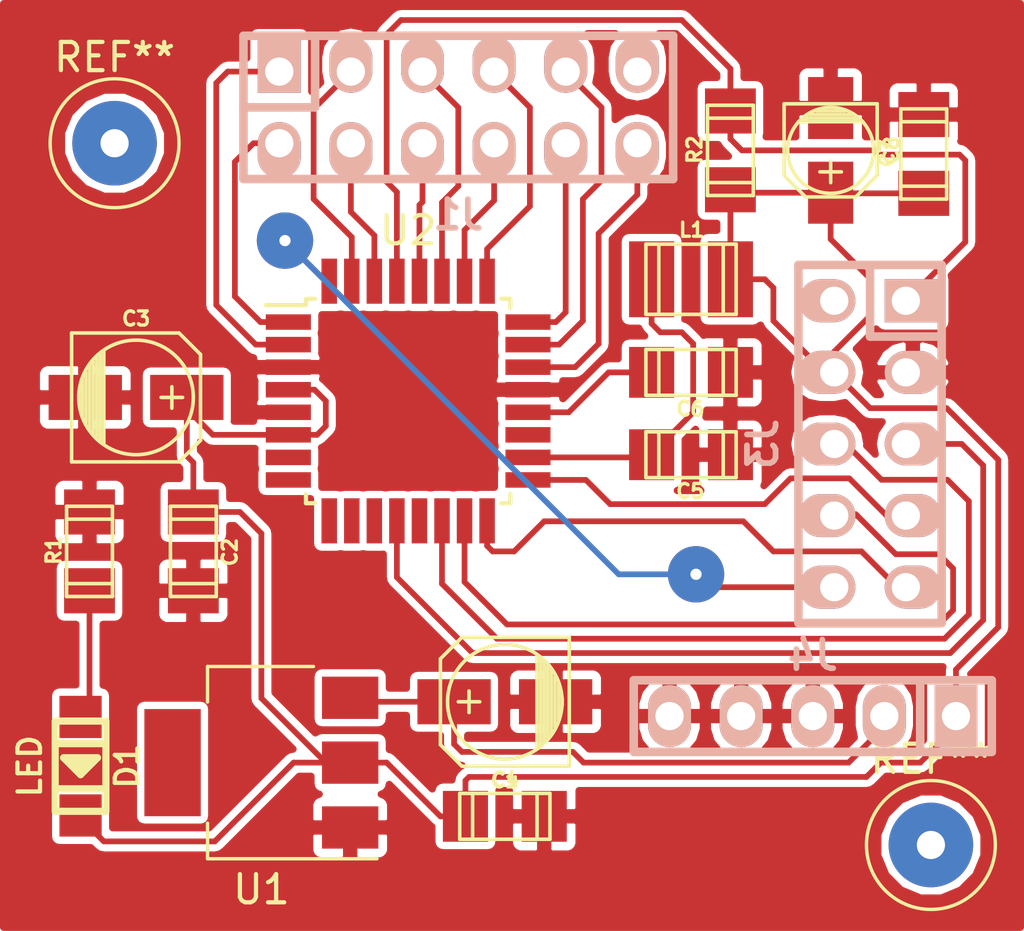
<source format=kicad_pcb>
(kicad_pcb (version 4) (host pcbnew 4.0.7-e2-6376~58~ubuntu16.04.1)

  (general
    (links 53)
    (no_connects 1)
    (area 133.1976 88.9 169.519601 123.001)
    (thickness 1.6)
    (drawings 0)
    (tracks 199)
    (zones 0)
    (modules 19)
    (nets 34)
  )

  (page A4)
  (layers
    (0 F.Cu signal)
    (31 B.Cu signal)
    (32 B.Adhes user)
    (33 F.Adhes user)
    (34 B.Paste user)
    (35 F.Paste user)
    (36 B.SilkS user)
    (37 F.SilkS user)
    (38 B.Mask user)
    (39 F.Mask user)
    (40 Dwgs.User user)
    (41 Cmts.User user)
    (42 Eco1.User user)
    (43 Eco2.User user)
    (44 Edge.Cuts user)
    (45 Margin user)
    (46 B.CrtYd user)
    (47 F.CrtYd user)
    (48 B.Fab user)
    (49 F.Fab user hide)
  )

  (setup
    (last_trace_width 0.25)
    (user_trace_width 0.1524)
    (user_trace_width 0.1778)
    (user_trace_width 0.2032)
    (trace_clearance 0.254)
    (zone_clearance 0.254)
    (zone_45_only yes)
    (trace_min 0.1)
    (segment_width 0.2)
    (edge_width 0.15)
    (via_size 2)
    (via_drill 0.4)
    (via_min_size 0.4)
    (via_min_drill 0.3)
    (uvia_size 0.3)
    (uvia_drill 0.1)
    (uvias_allowed no)
    (uvia_min_size 0.2)
    (uvia_min_drill 0.1)
    (pcb_text_width 0.3)
    (pcb_text_size 1.5 1.5)
    (mod_edge_width 0.15)
    (mod_text_size 1 1)
    (mod_text_width 0.15)
    (pad_size 3 3)
    (pad_drill 1)
    (pad_to_mask_clearance 0.2)
    (aux_axis_origin 0 0)
    (grid_origin 149.9616 111.76)
    (visible_elements FFFFFF7F)
    (pcbplotparams
      (layerselection 0x00030_80000001)
      (usegerberextensions false)
      (excludeedgelayer true)
      (linewidth 0.100000)
      (plotframeref false)
      (viasonmask false)
      (mode 1)
      (useauxorigin false)
      (hpglpennumber 1)
      (hpglpenspeed 20)
      (hpglpendiameter 15)
      (hpglpenoverlay 2)
      (psnegative false)
      (psa4output false)
      (plotreference true)
      (plotvalue true)
      (plotinvisibletext false)
      (padsonsilk false)
      (subtractmaskfromsilk false)
      (outputformat 1)
      (mirror false)
      (drillshape 1)
      (scaleselection 1)
      (outputdirectory ""))
  )

  (net 0 "")
  (net 1 GND)
  (net 2 +5V)
  (net 3 "Net-(D1-Pad1)")
  (net 4 RX)
  (net 5 TX)
  (net 6 CE)
  (net 7 CSN)
  (net 8 SCK)
  (net 9 MOSI)
  (net 10 MISO)
  (net 11 IRQ)
  (net 12 RST)
  (net 13 PD3)
  (net 14 PC5)
  (net 15 PC4)
  (net 16 PC3)
  (net 17 PC2)
  (net 18 PC1)
  (net 19 PC0)
  (net 20 "Net-(C5-Pad1)")
  (net 21 "Net-(C6-Pad1)")
  (net 22 "Net-(U2-Pad7)")
  (net 23 "Net-(U2-Pad8)")
  (net 24 "Net-(U2-Pad9)")
  (net 25 "Net-(U2-Pad10)")
  (net 26 "Net-(U2-Pad11)")
  (net 27 "Net-(U2-Pad13)")
  (net 28 "Net-(U2-Pad19)")
  (net 29 ADC7)
  (net 30 PD4)
  (net 31 +3V3)
  (net 32 "Net-(J1-Pad11)")
  (net 33 "Net-(J3-Pad2)")

  (net_class Default "This is the default net class."
    (clearance 0.254)
    (trace_width 0.25)
    (via_dia 2)
    (via_drill 0.4)
    (uvia_dia 0.3)
    (uvia_drill 0.1)
    (add_net +3V3)
    (add_net +5V)
    (add_net ADC7)
    (add_net CE)
    (add_net CSN)
    (add_net GND)
    (add_net IRQ)
    (add_net MISO)
    (add_net MOSI)
    (add_net "Net-(C5-Pad1)")
    (add_net "Net-(C6-Pad1)")
    (add_net "Net-(D1-Pad1)")
    (add_net "Net-(J1-Pad11)")
    (add_net "Net-(J3-Pad2)")
    (add_net "Net-(U2-Pad10)")
    (add_net "Net-(U2-Pad11)")
    (add_net "Net-(U2-Pad13)")
    (add_net "Net-(U2-Pad19)")
    (add_net "Net-(U2-Pad7)")
    (add_net "Net-(U2-Pad8)")
    (add_net "Net-(U2-Pad9)")
    (add_net PC0)
    (add_net PC1)
    (add_net PC2)
    (add_net PC3)
    (add_net PC4)
    (add_net PC5)
    (add_net PD3)
    (add_net PD4)
    (add_net RST)
    (add_net RX)
    (add_net SCK)
    (add_net TX)
  )

  (module Connectors:1pin (layer F.Cu) (tedit 5B0C39F2) (tstamp 5B0FD777)
    (at 166.2176 118.872)
    (descr "module 1 pin (ou trou mecanique de percage)")
    (tags DEV)
    (fp_text reference REF** (at 0 -3.048) (layer F.SilkS)
      (effects (font (size 1 1) (thickness 0.15)))
    )
    (fp_text value 1pin (at 0 3) (layer F.Fab)
      (effects (font (size 1 1) (thickness 0.15)))
    )
    (fp_circle (center 0 0) (end 2 0.8) (layer F.Fab) (width 0.1))
    (fp_circle (center 0 0) (end 2.6 0) (layer F.CrtYd) (width 0.05))
    (fp_circle (center 0 0) (end 0 -2.286) (layer F.SilkS) (width 0.12))
    (pad 1 thru_hole circle (at 0 0) (size 3 3) (drill 1) (layers *.Cu *.Mask))
  )

  (module w_smd_cap:c_elec_3x5.3 (layer F.Cu) (tedit 0) (tstamp 5AEEE347)
    (at 162.6616 94.234 270)
    (descr "SMT capacitor, aluminium electrolytic, 3x5.3")
    (path /5AE4E56B)
    (fp_text reference C8 (at 0 -2.159 270) (layer F.SilkS)
      (effects (font (size 0.50038 0.50038) (thickness 0.11938)))
    )
    (fp_text value 4.7uF (at 0 2.159 270) (layer F.SilkS) hide
      (effects (font (size 0.50038 0.50038) (thickness 0.11938)))
    )
    (fp_line (start -1.651 -1.651) (end -1.651 1.651) (layer F.SilkS) (width 0.127))
    (fp_line (start -1.651 1.651) (end 0.889 1.651) (layer F.SilkS) (width 0.127))
    (fp_line (start 0.889 1.651) (end 1.651 0.889) (layer F.SilkS) (width 0.127))
    (fp_line (start 1.651 0.889) (end 1.651 -0.889) (layer F.SilkS) (width 0.127))
    (fp_line (start 1.651 -0.889) (end 0.889 -1.651) (layer F.SilkS) (width 0.127))
    (fp_line (start 0.889 -1.651) (end -1.651 -1.651) (layer F.SilkS) (width 0.127))
    (fp_line (start -1.397 -0.508) (end -1.397 0.508) (layer F.SilkS) (width 0.127))
    (fp_line (start -1.27 -0.762) (end -1.27 0.762) (layer F.SilkS) (width 0.127))
    (fp_line (start -1.143 -1.016) (end -1.143 1.016) (layer F.SilkS) (width 0.127))
    (fp_line (start -1.016 -1.143) (end -1.016 1.143) (layer F.SilkS) (width 0.127))
    (fp_circle (center 0 0) (end 1.524 0) (layer F.SilkS) (width 0.127))
    (fp_line (start 1.143 0) (end 0.381 0) (layer F.SilkS) (width 0.127))
    (fp_line (start 0.762 -0.381) (end 0.762 0.381) (layer F.SilkS) (width 0.127))
    (pad 1 smd rect (at 1.50114 0 270) (size 2.19964 1.6002) (layers F.Cu F.Paste F.Mask)
      (net 31 +3V3))
    (pad 2 smd rect (at -1.50114 0 270) (size 2.19964 1.6002) (layers F.Cu F.Paste F.Mask)
      (net 1 GND))
    (model walter/smd_cap/c_elec_3x5_3.wrl
      (at (xyz 0 0 0))
      (scale (xyz 1 1 1))
      (rotate (xyz 0 0 0))
    )
  )

  (module w_smd_cap:c_elec_4x5.3 (layer F.Cu) (tedit 0) (tstamp 5AEF661C)
    (at 151.1046 113.792 180)
    (descr "SMT capacitor, aluminium electrolytic, 4x5.3")
    (path /5AE4B2D3)
    (fp_text reference C1 (at 0 -2.794 180) (layer F.SilkS)
      (effects (font (size 0.50038 0.50038) (thickness 0.11938)))
    )
    (fp_text value 22uF (at 0 2.794 180) (layer F.SilkS) hide
      (effects (font (size 0.50038 0.50038) (thickness 0.11938)))
    )
    (fp_line (start 1.651 0) (end 0.889 0) (layer F.SilkS) (width 0.127))
    (fp_line (start 1.27 -0.381) (end 1.27 0.381) (layer F.SilkS) (width 0.127))
    (fp_line (start 1.524 2.286) (end -2.286 2.286) (layer F.SilkS) (width 0.127))
    (fp_line (start 2.286 -1.524) (end 2.286 1.524) (layer F.SilkS) (width 0.127))
    (fp_line (start 1.524 2.286) (end 2.286 1.524) (layer F.SilkS) (width 0.127))
    (fp_line (start 1.524 -2.286) (end -2.286 -2.286) (layer F.SilkS) (width 0.127))
    (fp_line (start 1.524 -2.286) (end 2.286 -1.524) (layer F.SilkS) (width 0.127))
    (fp_line (start -2.032 0.127) (end -2.032 -0.127) (layer F.SilkS) (width 0.127))
    (fp_line (start -1.905 -0.635) (end -1.905 0.635) (layer F.SilkS) (width 0.127))
    (fp_line (start -1.778 0.889) (end -1.778 -0.889) (layer F.SilkS) (width 0.127))
    (fp_line (start -1.651 1.143) (end -1.651 -1.143) (layer F.SilkS) (width 0.127))
    (fp_line (start -1.524 -1.27) (end -1.524 1.27) (layer F.SilkS) (width 0.127))
    (fp_line (start -1.397 1.397) (end -1.397 -1.397) (layer F.SilkS) (width 0.127))
    (fp_line (start -1.27 -1.524) (end -1.27 1.524) (layer F.SilkS) (width 0.127))
    (fp_line (start -1.143 -1.651) (end -1.143 1.651) (layer F.SilkS) (width 0.127))
    (fp_circle (center 0 0) (end -2.032 0) (layer F.SilkS) (width 0.127))
    (fp_line (start -2.286 -2.286) (end -2.286 2.286) (layer F.SilkS) (width 0.127))
    (pad 1 smd rect (at 1.80086 0 180) (size 2.60096 1.6002) (layers F.Cu F.Paste F.Mask)
      (net 2 +5V))
    (pad 2 smd rect (at -1.80086 0 180) (size 2.60096 1.6002) (layers F.Cu F.Paste F.Mask)
      (net 1 GND))
    (model walter/smd_cap/c_elec_4x5_3.wrl
      (at (xyz 0 0 0))
      (scale (xyz 1 1 1))
      (rotate (xyz 0 0 0))
    )
  )

  (module TO_SOT_Packages_SMD:SOT-223 (layer F.Cu) (tedit 58CE4E7E) (tstamp 5AEEE34C)
    (at 142.4686 115.951 180)
    (descr "module CMS SOT223 4 pins")
    (tags "CMS SOT")
    (path /5AE4AF17)
    (attr smd)
    (fp_text reference U1 (at 0 -4.5 180) (layer F.SilkS)
      (effects (font (size 1 1) (thickness 0.15)))
    )
    (fp_text value LM1117-3.3 (at 0 4.5 180) (layer F.Fab)
      (effects (font (size 1 1) (thickness 0.15)))
    )
    (fp_text user %R (at 0 0 270) (layer F.Fab)
      (effects (font (size 0.8 0.8) (thickness 0.12)))
    )
    (fp_line (start -1.85 -2.3) (end -0.8 -3.35) (layer F.Fab) (width 0.1))
    (fp_line (start 1.91 3.41) (end 1.91 2.15) (layer F.SilkS) (width 0.12))
    (fp_line (start 1.91 -3.41) (end 1.91 -2.15) (layer F.SilkS) (width 0.12))
    (fp_line (start 4.4 -3.6) (end -4.4 -3.6) (layer F.CrtYd) (width 0.05))
    (fp_line (start 4.4 3.6) (end 4.4 -3.6) (layer F.CrtYd) (width 0.05))
    (fp_line (start -4.4 3.6) (end 4.4 3.6) (layer F.CrtYd) (width 0.05))
    (fp_line (start -4.4 -3.6) (end -4.4 3.6) (layer F.CrtYd) (width 0.05))
    (fp_line (start -1.85 -2.3) (end -1.85 3.35) (layer F.Fab) (width 0.1))
    (fp_line (start -1.85 3.41) (end 1.91 3.41) (layer F.SilkS) (width 0.12))
    (fp_line (start -0.8 -3.35) (end 1.85 -3.35) (layer F.Fab) (width 0.1))
    (fp_line (start -4.1 -3.41) (end 1.91 -3.41) (layer F.SilkS) (width 0.12))
    (fp_line (start -1.85 3.35) (end 1.85 3.35) (layer F.Fab) (width 0.1))
    (fp_line (start 1.85 -3.35) (end 1.85 3.35) (layer F.Fab) (width 0.1))
    (pad 4 smd rect (at 3.15 0 180) (size 2 3.8) (layers F.Cu F.Paste F.Mask))
    (pad 2 smd rect (at -3.15 0 180) (size 2 1.5) (layers F.Cu F.Paste F.Mask)
      (net 31 +3V3))
    (pad 3 smd rect (at -3.15 2.3 180) (size 2 1.5) (layers F.Cu F.Paste F.Mask)
      (net 2 +5V))
    (pad 1 smd rect (at -3.15 -2.3 180) (size 2 1.5) (layers F.Cu F.Paste F.Mask)
      (net 1 GND))
    (model ${KISYS3DMOD}/TO_SOT_Packages_SMD.3dshapes/SOT-223.wrl
      (at (xyz 0 0 0))
      (scale (xyz 1 1 1))
      (rotate (xyz 0 0 0))
    )
  )

  (module w_pin_strip:pin_strip_5 (layer B.Cu) (tedit 4B90DFE0) (tstamp 5AE4995D)
    (at 162.0266 114.3 180)
    (descr "Pin strip 5pin")
    (tags "CONN DEV")
    (path /5AE537D4)
    (fp_text reference J4 (at 0 2.159 180) (layer B.SilkS)
      (effects (font (size 1.016 1.016) (thickness 0.2032)) (justify mirror))
    )
    (fp_text value HEADER_5 (at 0.254 3.556 180) (layer B.SilkS) hide
      (effects (font (size 1.016 0.889) (thickness 0.2032)) (justify mirror))
    )
    (fp_line (start -3.81 1.27) (end -3.81 -1.27) (layer B.SilkS) (width 0.3048))
    (fp_line (start 6.35 -1.27) (end -6.35 -1.27) (layer B.SilkS) (width 0.3048))
    (fp_line (start -6.35 1.27) (end 6.35 1.27) (layer B.SilkS) (width 0.3048))
    (fp_line (start -6.35 -1.27) (end -6.35 1.27) (layer B.SilkS) (width 0.3048))
    (fp_line (start 6.35 1.27) (end 6.35 -1.27) (layer B.SilkS) (width 0.3048))
    (pad 1 thru_hole rect (at -5.08 0 180) (size 1.524 2.19964) (drill 1.00076) (layers *.Cu *.Mask B.SilkS)
      (net 31 +3V3))
    (pad 2 thru_hole oval (at -2.54 0 180) (size 1.524 2.19964) (drill 1.00076) (layers *.Cu *.Mask B.SilkS)
      (net 2 +5V))
    (pad 3 thru_hole oval (at 0 0 180) (size 1.524 2.19964) (drill 1.00076) (layers *.Cu *.Mask B.SilkS)
      (net 1 GND))
    (pad 4 thru_hole oval (at 2.54 0 180) (size 1.524 2.19964) (drill 1.00076) (layers *.Cu *.Mask B.SilkS)
      (net 1 GND))
    (pad 5 thru_hole oval (at 5.08 0 180) (size 1.524 2.19964) (drill 1.00076) (layers *.Cu *.Mask B.SilkS)
      (net 1 GND))
    (model walter/pin_strip/pin_strip_5.wrl
      (at (xyz 0 0 0))
      (scale (xyz 1 1 1))
      (rotate (xyz 0 0 0))
    )
  )

  (module w_smd_cap:c_1206 (layer F.Cu) (tedit 0) (tstamp 5AE84895)
    (at 151.1046 117.856)
    (descr "SMT capacitor, 1206")
    (path /5AE4B36E)
    (fp_text reference C4 (at 0.0254 -1.2954) (layer F.SilkS)
      (effects (font (size 0.50038 0.50038) (thickness 0.11938)))
    )
    (fp_text value 100nF (at 0 1.27) (layer F.SilkS) hide
      (effects (font (size 0.50038 0.50038) (thickness 0.11938)))
    )
    (fp_line (start 1.143 0.8128) (end 1.143 -0.8128) (layer F.SilkS) (width 0.127))
    (fp_line (start -1.143 -0.8128) (end -1.143 0.8128) (layer F.SilkS) (width 0.127))
    (fp_line (start -1.6002 -0.8128) (end -1.6002 0.8128) (layer F.SilkS) (width 0.127))
    (fp_line (start -1.6002 0.8128) (end 1.6002 0.8128) (layer F.SilkS) (width 0.127))
    (fp_line (start 1.6002 0.8128) (end 1.6002 -0.8128) (layer F.SilkS) (width 0.127))
    (fp_line (start 1.6002 -0.8128) (end -1.6002 -0.8128) (layer F.SilkS) (width 0.127))
    (pad 1 smd rect (at 1.397 0) (size 1.6002 1.8034) (layers F.Cu F.Paste F.Mask)
      (net 1 GND))
    (pad 2 smd rect (at -1.397 0) (size 1.6002 1.8034) (layers F.Cu F.Paste F.Mask)
      (net 31 +3V3))
    (model walter/smd_cap/c_1206.wrl
      (at (xyz 0 0 0))
      (scale (xyz 1 1 1))
      (rotate (xyz 0 0 0))
    )
  )

  (module w_smd_cap:c_1206 (layer F.Cu) (tedit 0) (tstamp 5AE8489F)
    (at 157.7086 102.108 180)
    (descr "SMT capacitor, 1206")
    (path /5AE47B96)
    (fp_text reference C6 (at 0.0254 -1.2954 180) (layer F.SilkS)
      (effects (font (size 0.50038 0.50038) (thickness 0.11938)))
    )
    (fp_text value 100nF (at 0 1.27 180) (layer F.SilkS) hide
      (effects (font (size 0.50038 0.50038) (thickness 0.11938)))
    )
    (fp_line (start 1.143 0.8128) (end 1.143 -0.8128) (layer F.SilkS) (width 0.127))
    (fp_line (start -1.143 -0.8128) (end -1.143 0.8128) (layer F.SilkS) (width 0.127))
    (fp_line (start -1.6002 -0.8128) (end -1.6002 0.8128) (layer F.SilkS) (width 0.127))
    (fp_line (start -1.6002 0.8128) (end 1.6002 0.8128) (layer F.SilkS) (width 0.127))
    (fp_line (start 1.6002 0.8128) (end 1.6002 -0.8128) (layer F.SilkS) (width 0.127))
    (fp_line (start 1.6002 -0.8128) (end -1.6002 -0.8128) (layer F.SilkS) (width 0.127))
    (pad 1 smd rect (at 1.397 0 180) (size 1.6002 1.8034) (layers F.Cu F.Paste F.Mask)
      (net 21 "Net-(C6-Pad1)"))
    (pad 2 smd rect (at -1.397 0 180) (size 1.6002 1.8034) (layers F.Cu F.Paste F.Mask)
      (net 1 GND))
    (model walter/smd_cap/c_1206.wrl
      (at (xyz 0 0 0))
      (scale (xyz 1 1 1))
      (rotate (xyz 0 0 0))
    )
  )

  (module w_smd_cap:c_1206 (layer F.Cu) (tedit 0) (tstamp 5AE848A4)
    (at 165.9636 94.361 90)
    (descr "SMT capacitor, 1206")
    (path /5AE4E2D0)
    (fp_text reference C7 (at 0.0254 -1.2954 90) (layer F.SilkS)
      (effects (font (size 0.50038 0.50038) (thickness 0.11938)))
    )
    (fp_text value 10nF (at 0 1.27 90) (layer F.SilkS) hide
      (effects (font (size 0.50038 0.50038) (thickness 0.11938)))
    )
    (fp_line (start 1.143 0.8128) (end 1.143 -0.8128) (layer F.SilkS) (width 0.127))
    (fp_line (start -1.143 -0.8128) (end -1.143 0.8128) (layer F.SilkS) (width 0.127))
    (fp_line (start -1.6002 -0.8128) (end -1.6002 0.8128) (layer F.SilkS) (width 0.127))
    (fp_line (start -1.6002 0.8128) (end 1.6002 0.8128) (layer F.SilkS) (width 0.127))
    (fp_line (start 1.6002 0.8128) (end 1.6002 -0.8128) (layer F.SilkS) (width 0.127))
    (fp_line (start 1.6002 -0.8128) (end -1.6002 -0.8128) (layer F.SilkS) (width 0.127))
    (pad 1 smd rect (at 1.397 0 90) (size 1.6002 1.8034) (layers F.Cu F.Paste F.Mask)
      (net 1 GND))
    (pad 2 smd rect (at -1.397 0 90) (size 1.6002 1.8034) (layers F.Cu F.Paste F.Mask)
      (net 31 +3V3))
    (model walter/smd_cap/c_1206.wrl
      (at (xyz 0 0 0))
      (scale (xyz 1 1 1))
      (rotate (xyz 0 0 0))
    )
  )

  (module w_smd_leds:Led_1206 (layer F.Cu) (tedit 0) (tstamp 5AE848B8)
    (at 136.0551 116.078 270)
    (descr "SMD LED_ 1206")
    (path /5AE4C7ED)
    (fp_text reference D1 (at 0 -1.651 270) (layer F.SilkS)
      (effects (font (size 0.8001 0.8001) (thickness 0.14986)))
    )
    (fp_text value LED (at 0 1.80086 270) (layer F.SilkS)
      (effects (font (size 0.8001 0.8001) (thickness 0.14986)))
    )
    (fp_line (start 0 -0.20066) (end 0 0.09906) (layer F.SilkS) (width 0.254))
    (fp_line (start -0.09906 0.29972) (end -0.09906 -0.29972) (layer F.SilkS) (width 0.254))
    (fp_line (start -0.29972 -0.59944) (end -0.29972 0.59944) (layer F.SilkS) (width 0.254))
    (fp_line (start -0.29972 0.59944) (end 0.29972 0) (layer F.SilkS) (width 0.254))
    (fp_line (start 0.29972 0) (end -0.29972 -0.59944) (layer F.SilkS) (width 0.254))
    (fp_line (start 0.8001 0.89916) (end 0.8001 -0.89916) (layer F.SilkS) (width 0.254))
    (fp_line (start -0.8001 -0.89916) (end -0.8001 0.89916) (layer F.SilkS) (width 0.254))
    (fp_line (start -1.6002 -0.89916) (end 1.6002 -0.89916) (layer F.SilkS) (width 0.254))
    (fp_line (start 1.6002 -0.89916) (end 1.6002 0.89916) (layer F.SilkS) (width 0.254))
    (fp_line (start 1.6002 0.89916) (end -1.6002 0.89916) (layer F.SilkS) (width 0.254))
    (fp_line (start -1.6002 0.89916) (end -1.6002 -0.89916) (layer F.SilkS) (width 0.254))
    (pad 1 smd rect (at -1.74752 0 270) (size 1.4986 1.4986) (layers F.Cu F.Paste F.Mask)
      (net 3 "Net-(D1-Pad1)"))
    (pad 2 smd rect (at 1.74752 0 270) (size 1.4986 1.4986) (layers F.Cu F.Paste F.Mask)
      (net 31 +3V3))
    (model walter/smd_leds/led_1206.wrl
      (at (xyz 0 0 0))
      (scale (xyz 1 1 1))
      (rotate (xyz 0 0 0))
    )
  )

  (module w_smd_resistors:r_1206 (layer F.Cu) (tedit 0) (tstamp 5AE848C8)
    (at 136.3726 108.458 90)
    (descr "SMT resistor, 1206")
    (path /5AE4C743)
    (fp_text reference R1 (at 0.0254 -1.27 90) (layer F.SilkS)
      (effects (font (size 0.50038 0.50038) (thickness 0.11938)))
    )
    (fp_text value 200R (at 0 1.27 90) (layer F.SilkS) hide
      (effects (font (size 0.50038 0.50038) (thickness 0.11938)))
    )
    (fp_line (start 1.143 0.8128) (end 1.143 -0.8128) (layer F.SilkS) (width 0.127))
    (fp_line (start -1.143 -0.8128) (end -1.143 0.8128) (layer F.SilkS) (width 0.127))
    (fp_line (start -1.6002 -0.8128) (end -1.6002 0.8128) (layer F.SilkS) (width 0.127))
    (fp_line (start -1.6002 0.8128) (end 1.6002 0.8128) (layer F.SilkS) (width 0.127))
    (fp_line (start 1.6002 0.8128) (end 1.6002 -0.8128) (layer F.SilkS) (width 0.127))
    (fp_line (start 1.6002 -0.8128) (end -1.6002 -0.8128) (layer F.SilkS) (width 0.127))
    (pad 1 smd rect (at 1.397 0 90) (size 1.6002 1.8034) (layers F.Cu F.Paste F.Mask)
      (net 1 GND))
    (pad 2 smd rect (at -1.397 0 90) (size 1.6002 1.8034) (layers F.Cu F.Paste F.Mask)
      (net 3 "Net-(D1-Pad1)"))
    (model walter/smd_resistors/r_1206.wrl
      (at (xyz 0 0 0))
      (scale (xyz 1 1 1))
      (rotate (xyz 0 0 0))
    )
  )

  (module w_smd_resistors:r_1206 (layer F.Cu) (tedit 0) (tstamp 5AE848CD)
    (at 159.1056 94.234 90)
    (descr "SMT resistor, 1206")
    (path /5AE47D34)
    (fp_text reference R2 (at 0.0254 -1.27 90) (layer F.SilkS)
      (effects (font (size 0.50038 0.50038) (thickness 0.11938)))
    )
    (fp_text value 10k (at 0 1.27 90) (layer F.SilkS) hide
      (effects (font (size 0.50038 0.50038) (thickness 0.11938)))
    )
    (fp_line (start 1.143 0.8128) (end 1.143 -0.8128) (layer F.SilkS) (width 0.127))
    (fp_line (start -1.143 -0.8128) (end -1.143 0.8128) (layer F.SilkS) (width 0.127))
    (fp_line (start -1.6002 -0.8128) (end -1.6002 0.8128) (layer F.SilkS) (width 0.127))
    (fp_line (start -1.6002 0.8128) (end 1.6002 0.8128) (layer F.SilkS) (width 0.127))
    (fp_line (start 1.6002 0.8128) (end 1.6002 -0.8128) (layer F.SilkS) (width 0.127))
    (fp_line (start 1.6002 -0.8128) (end -1.6002 -0.8128) (layer F.SilkS) (width 0.127))
    (pad 1 smd rect (at 1.397 0 90) (size 1.6002 1.8034) (layers F.Cu F.Paste F.Mask)
      (net 12 RST))
    (pad 2 smd rect (at -1.397 0 90) (size 1.6002 1.8034) (layers F.Cu F.Paste F.Mask)
      (net 31 +3V3))
    (model walter/smd_resistors/r_1206.wrl
      (at (xyz 0 0 0))
      (scale (xyz 1 1 1))
      (rotate (xyz 0 0 0))
    )
  )

  (module w_smd_cap:c_1206 (layer F.Cu) (tedit 0) (tstamp 5AEEE33B)
    (at 140.0556 108.458 270)
    (descr "SMT capacitor, 1206")
    (path /5AE4A30D)
    (fp_text reference C2 (at 0.0254 -1.2954 270) (layer F.SilkS)
      (effects (font (size 0.50038 0.50038) (thickness 0.11938)))
    )
    (fp_text value 100nF (at 0 1.27 270) (layer F.SilkS) hide
      (effects (font (size 0.50038 0.50038) (thickness 0.11938)))
    )
    (fp_line (start 1.143 0.8128) (end 1.143 -0.8128) (layer F.SilkS) (width 0.127))
    (fp_line (start -1.143 -0.8128) (end -1.143 0.8128) (layer F.SilkS) (width 0.127))
    (fp_line (start -1.6002 -0.8128) (end -1.6002 0.8128) (layer F.SilkS) (width 0.127))
    (fp_line (start -1.6002 0.8128) (end 1.6002 0.8128) (layer F.SilkS) (width 0.127))
    (fp_line (start 1.6002 0.8128) (end 1.6002 -0.8128) (layer F.SilkS) (width 0.127))
    (fp_line (start 1.6002 -0.8128) (end -1.6002 -0.8128) (layer F.SilkS) (width 0.127))
    (pad 1 smd rect (at 1.397 0 270) (size 1.6002 1.8034) (layers F.Cu F.Paste F.Mask)
      (net 1 GND))
    (pad 2 smd rect (at -1.397 0 270) (size 1.6002 1.8034) (layers F.Cu F.Paste F.Mask)
      (net 31 +3V3))
    (model walter/smd_cap/c_1206.wrl
      (at (xyz 0 0 0))
      (scale (xyz 1 1 1))
      (rotate (xyz 0 0 0))
    )
  )

  (module w_smd_cap:c_1206 (layer F.Cu) (tedit 0) (tstamp 5AEEE342)
    (at 157.7086 105.029 180)
    (descr "SMT capacitor, 1206")
    (path /5AE47B33)
    (fp_text reference C5 (at 0.0254 -1.2954 180) (layer F.SilkS)
      (effects (font (size 0.50038 0.50038) (thickness 0.11938)))
    )
    (fp_text value 100nF (at 0 1.27 180) (layer F.SilkS) hide
      (effects (font (size 0.50038 0.50038) (thickness 0.11938)))
    )
    (fp_line (start 1.143 0.8128) (end 1.143 -0.8128) (layer F.SilkS) (width 0.127))
    (fp_line (start -1.143 -0.8128) (end -1.143 0.8128) (layer F.SilkS) (width 0.127))
    (fp_line (start -1.6002 -0.8128) (end -1.6002 0.8128) (layer F.SilkS) (width 0.127))
    (fp_line (start -1.6002 0.8128) (end 1.6002 0.8128) (layer F.SilkS) (width 0.127))
    (fp_line (start 1.6002 0.8128) (end 1.6002 -0.8128) (layer F.SilkS) (width 0.127))
    (fp_line (start 1.6002 -0.8128) (end -1.6002 -0.8128) (layer F.SilkS) (width 0.127))
    (pad 1 smd rect (at 1.397 0 180) (size 1.6002 1.8034) (layers F.Cu F.Paste F.Mask)
      (net 20 "Net-(C5-Pad1)"))
    (pad 2 smd rect (at -1.397 0 180) (size 1.6002 1.8034) (layers F.Cu F.Paste F.Mask)
      (net 1 GND))
    (model walter/smd_cap/c_1206.wrl
      (at (xyz 0 0 0))
      (scale (xyz 1 1 1))
      (rotate (xyz 0 0 0))
    )
  )

  (module w_smd_cap:c_elec_4x5.3 (layer F.Cu) (tedit 0) (tstamp 5AEF6632)
    (at 138.0236 102.997)
    (descr "SMT capacitor, aluminium electrolytic, 4x5.3")
    (path /5AE4A385)
    (fp_text reference C3 (at 0 -2.794) (layer F.SilkS)
      (effects (font (size 0.50038 0.50038) (thickness 0.11938)))
    )
    (fp_text value 22uF (at 0 2.794) (layer F.SilkS) hide
      (effects (font (size 0.50038 0.50038) (thickness 0.11938)))
    )
    (fp_line (start 1.651 0) (end 0.889 0) (layer F.SilkS) (width 0.127))
    (fp_line (start 1.27 -0.381) (end 1.27 0.381) (layer F.SilkS) (width 0.127))
    (fp_line (start 1.524 2.286) (end -2.286 2.286) (layer F.SilkS) (width 0.127))
    (fp_line (start 2.286 -1.524) (end 2.286 1.524) (layer F.SilkS) (width 0.127))
    (fp_line (start 1.524 2.286) (end 2.286 1.524) (layer F.SilkS) (width 0.127))
    (fp_line (start 1.524 -2.286) (end -2.286 -2.286) (layer F.SilkS) (width 0.127))
    (fp_line (start 1.524 -2.286) (end 2.286 -1.524) (layer F.SilkS) (width 0.127))
    (fp_line (start -2.032 0.127) (end -2.032 -0.127) (layer F.SilkS) (width 0.127))
    (fp_line (start -1.905 -0.635) (end -1.905 0.635) (layer F.SilkS) (width 0.127))
    (fp_line (start -1.778 0.889) (end -1.778 -0.889) (layer F.SilkS) (width 0.127))
    (fp_line (start -1.651 1.143) (end -1.651 -1.143) (layer F.SilkS) (width 0.127))
    (fp_line (start -1.524 -1.27) (end -1.524 1.27) (layer F.SilkS) (width 0.127))
    (fp_line (start -1.397 1.397) (end -1.397 -1.397) (layer F.SilkS) (width 0.127))
    (fp_line (start -1.27 -1.524) (end -1.27 1.524) (layer F.SilkS) (width 0.127))
    (fp_line (start -1.143 -1.651) (end -1.143 1.651) (layer F.SilkS) (width 0.127))
    (fp_circle (center 0 0) (end -2.032 0) (layer F.SilkS) (width 0.127))
    (fp_line (start -2.286 -2.286) (end -2.286 2.286) (layer F.SilkS) (width 0.127))
    (pad 1 smd rect (at 1.80086 0) (size 2.60096 1.6002) (layers F.Cu F.Paste F.Mask)
      (net 31 +3V3))
    (pad 2 smd rect (at -1.80086 0) (size 2.60096 1.6002) (layers F.Cu F.Paste F.Mask)
      (net 1 GND))
    (model walter/smd_cap/c_elec_4x5_3.wrl
      (at (xyz 0 0 0))
      (scale (xyz 1 1 1))
      (rotate (xyz 0 0 0))
    )
  )

  (module w_smd_cap:c_1210 (layer F.Cu) (tedit 0) (tstamp 5AEF67D7)
    (at 157.7086 98.806)
    (descr "SMT capacitor, 1210")
    (path /5AE47C8C)
    (fp_text reference L1 (at 0.0254 -1.7526) (layer F.SilkS)
      (effects (font (size 0.50038 0.50038) (thickness 0.11938)))
    )
    (fp_text value 10uH (at -0.0254 1.7272) (layer F.SilkS) hide
      (effects (font (size 0.50038 0.50038) (thickness 0.11938)))
    )
    (fp_line (start -1.6002 -1.2446) (end -1.6002 1.2446) (layer F.SilkS) (width 0.127))
    (fp_line (start 1.6002 1.2446) (end 1.6002 -1.2446) (layer F.SilkS) (width 0.127))
    (fp_line (start 1.143 -1.2446) (end 1.143 1.2446) (layer F.SilkS) (width 0.127))
    (fp_line (start -1.143 1.2446) (end -1.143 -1.2446) (layer F.SilkS) (width 0.127))
    (fp_line (start -1.6002 1.2446) (end 1.6002 1.2446) (layer F.SilkS) (width 0.127))
    (fp_line (start 1.6002 -1.2446) (end -1.6002 -1.2446) (layer F.SilkS) (width 0.127))
    (pad 1 smd rect (at 1.397 0) (size 1.6002 2.6924) (layers F.Cu F.Paste F.Mask)
      (net 31 +3V3))
    (pad 2 smd rect (at -1.397 0) (size 1.6002 2.6924) (layers F.Cu F.Paste F.Mask)
      (net 20 "Net-(C5-Pad1)"))
    (model walter/smd_cap/c_1210.wrl
      (at (xyz 0 0 0))
      (scale (xyz 1 1 1))
      (rotate (xyz 0 0 0))
    )
  )

  (module w_pin_strip:pin_strip_5x2 (layer B.Cu) (tedit 0) (tstamp 5B094483)
    (at 164.0586 104.648 270)
    (descr "Pin strip 5x2pin")
    (tags "CONN DEV")
    (path /5AE508AE)
    (fp_text reference J3 (at 0 3.81 270) (layer B.SilkS)
      (effects (font (size 1.016 1.016) (thickness 0.2032)) (justify mirror))
    )
    (fp_text value HEADER_5x2 (at 0 5.08 270) (layer B.SilkS) hide
      (effects (font (size 1.016 0.889) (thickness 0.2032)) (justify mirror))
    )
    (fp_line (start -6.35 2.54) (end 6.35 2.54) (layer B.SilkS) (width 0.3048))
    (fp_line (start 6.35 2.54) (end 6.35 -2.54) (layer B.SilkS) (width 0.3048))
    (fp_line (start 6.35 -2.54) (end -6.35 -2.54) (layer B.SilkS) (width 0.3048))
    (fp_line (start -6.35 0) (end -3.81 0) (layer B.SilkS) (width 0.3048))
    (fp_line (start -3.81 0) (end -3.81 -2.54) (layer B.SilkS) (width 0.3048))
    (fp_line (start -6.35 2.54) (end -6.35 -2.54) (layer B.SilkS) (width 0.3048))
    (pad 1 thru_hole rect (at -5.08 -1.27 270) (size 1.524 1.99898) (drill 1.00076 (offset 0 -0.24892)) (layers *.Cu *.Mask B.SilkS)
      (net 12 RST))
    (pad 2 thru_hole oval (at -5.08 1.27 270) (size 1.524 1.99898) (drill 1.00076 (offset 0 0.24892)) (layers *.Cu *.Mask B.SilkS)
      (net 33 "Net-(J3-Pad2)"))
    (pad 3 thru_hole oval (at -2.54 -1.27 270) (size 1.524 1.99898) (drill 1.00076 (offset 0 -0.24892)) (layers *.Cu *.Mask B.SilkS)
      (net 1 GND))
    (pad 4 thru_hole oval (at -2.54 1.27 270) (size 1.524 1.99898) (drill 1.00076 (offset 0 0.24892)) (layers *.Cu *.Mask B.SilkS)
      (net 31 +3V3))
    (pad 5 thru_hole oval (at 0 -1.27 270) (size 1.524 1.99898) (drill 1.00076 (offset 0 -0.24892)) (layers *.Cu *.Mask B.SilkS)
      (net 6 CE))
    (pad 6 thru_hole oval (at 0 1.27 270) (size 1.524 1.99898) (drill 1.00076 (offset 0 0.24892)) (layers *.Cu *.Mask B.SilkS)
      (net 7 CSN))
    (pad 7 thru_hole oval (at 2.54 -1.27 270) (size 1.524 1.99898) (drill 1.00076 (offset 0 -0.24892)) (layers *.Cu *.Mask B.SilkS)
      (net 8 SCK))
    (pad 8 thru_hole oval (at 2.54 1.27 270) (size 1.524 1.99898) (drill 1.00076 (offset 0 0.24892)) (layers *.Cu *.Mask B.SilkS)
      (net 9 MOSI))
    (pad 9 thru_hole oval (at 5.08 -1.27 270) (size 1.524 1.99898) (drill 1.00076 (offset 0 -0.24892)) (layers *.Cu *.Mask B.SilkS)
      (net 10 MISO))
    (pad 10 thru_hole oval (at 5.08 1.27 270) (size 1.524 1.99898) (drill 1.00076 (offset 0 0.24892)) (layers *.Cu *.Mask B.SilkS)
      (net 11 IRQ))
    (model walter/pin_strip/pin_strip_5x2.wrl
      (at (xyz 0 0 0))
      (scale (xyz 1 1 1))
      (rotate (xyz 0 0 0))
    )
  )

  (module w_pin_strip:pin_strip_6x2 (layer B.Cu) (tedit 0) (tstamp 5B096CCF)
    (at 149.4536 92.71)
    (descr "Pin strip 6x2pin")
    (tags "CONN DEV")
    (path /5B097982)
    (fp_text reference J1 (at 0 3.81) (layer B.SilkS)
      (effects (font (size 1.016 1.016) (thickness 0.2032)) (justify mirror))
    )
    (fp_text value HEADER_6x2 (at 0 5.08) (layer B.SilkS) hide
      (effects (font (size 1.016 0.889) (thickness 0.2032)) (justify mirror))
    )
    (fp_line (start -7.62 2.54) (end 7.62 2.54) (layer B.SilkS) (width 0.3048))
    (fp_line (start 7.62 2.54) (end 7.62 -2.54) (layer B.SilkS) (width 0.3048))
    (fp_line (start 7.62 -2.54) (end -7.62 -2.54) (layer B.SilkS) (width 0.3048))
    (fp_line (start -7.62 0) (end -5.08 0) (layer B.SilkS) (width 0.3048))
    (fp_line (start -5.08 0) (end -5.08 -2.54) (layer B.SilkS) (width 0.3048))
    (fp_line (start -7.62 2.54) (end -7.62 -2.54) (layer B.SilkS) (width 0.3048))
    (pad 1 thru_hole rect (at -6.35 -1.27) (size 1.524 1.99898) (drill 1.00076 (offset 0 -0.24892)) (layers *.Cu *.Mask B.SilkS)
      (net 30 PD4))
    (pad 2 thru_hole oval (at -6.35 1.27) (size 1.524 1.99898) (drill 1.00076 (offset 0 0.24892)) (layers *.Cu *.Mask B.SilkS)
      (net 13 PD3))
    (pad 3 thru_hole oval (at -3.81 -1.27) (size 1.524 1.99898) (drill 1.00076 (offset 0 -0.24892)) (layers *.Cu *.Mask B.SilkS)
      (net 5 TX))
    (pad 4 thru_hole oval (at -3.81 1.27) (size 1.524 1.99898) (drill 1.00076 (offset 0 0.24892)) (layers *.Cu *.Mask B.SilkS)
      (net 4 RX))
    (pad 5 thru_hole oval (at -1.27 -1.27) (size 1.524 1.99898) (drill 1.00076 (offset 0 -0.24892)) (layers *.Cu *.Mask B.SilkS)
      (net 15 PC4))
    (pad 6 thru_hole oval (at -1.27 1.27) (size 1.524 1.99898) (drill 1.00076 (offset 0 0.24892)) (layers *.Cu *.Mask B.SilkS)
      (net 14 PC5))
    (pad 7 thru_hole oval (at 1.27 -1.27) (size 1.524 1.99898) (drill 1.00076 (offset 0 -0.24892)) (layers *.Cu *.Mask B.SilkS)
      (net 17 PC2))
    (pad 8 thru_hole oval (at 1.27 1.27) (size 1.524 1.99898) (drill 1.00076 (offset 0 0.24892)) (layers *.Cu *.Mask B.SilkS)
      (net 16 PC3))
    (pad 9 thru_hole oval (at 3.81 -1.27) (size 1.524 1.99898) (drill 1.00076 (offset 0 -0.24892)) (layers *.Cu *.Mask B.SilkS)
      (net 19 PC0))
    (pad 10 thru_hole oval (at 3.81 1.27) (size 1.524 1.99898) (drill 1.00076 (offset 0 0.24892)) (layers *.Cu *.Mask B.SilkS)
      (net 18 PC1))
    (pad 11 thru_hole oval (at 6.35 -1.27) (size 1.524 1.99898) (drill 1.00076 (offset 0 -0.24892)) (layers *.Cu *.Mask B.SilkS)
      (net 32 "Net-(J1-Pad11)"))
    (pad 12 thru_hole oval (at 6.35 1.27) (size 1.524 1.99898) (drill 1.00076 (offset 0 0.24892)) (layers *.Cu *.Mask B.SilkS)
      (net 29 ADC7))
    (model walter/pin_strip/pin_strip_6x2.wrl
      (at (xyz 0 0 0))
      (scale (xyz 1 1 1))
      (rotate (xyz 0 0 0))
    )
  )

  (module Housings_QFP:TQFP-32_7x7mm_Pitch0.8mm (layer F.Cu) (tedit 58CC9A48) (tstamp 5B0B23D2)
    (at 147.6756 103.124)
    (descr "32-Lead Plastic Thin Quad Flatpack (PT) - 7x7x1.0 mm Body, 2.00 mm [TQFP] (see Microchip Packaging Specification 00000049BS.pdf)")
    (tags "QFP 0.8")
    (path /5AE252B8)
    (attr smd)
    (fp_text reference U2 (at 0 -6.05) (layer F.SilkS)
      (effects (font (size 1 1) (thickness 0.15)))
    )
    (fp_text value ATMEGA8-16AU (at 0 6.05) (layer F.Fab)
      (effects (font (size 1 1) (thickness 0.15)))
    )
    (fp_text user %R (at 0 0) (layer F.Fab)
      (effects (font (size 1 1) (thickness 0.15)))
    )
    (fp_line (start -2.5 -3.5) (end 3.5 -3.5) (layer F.Fab) (width 0.15))
    (fp_line (start 3.5 -3.5) (end 3.5 3.5) (layer F.Fab) (width 0.15))
    (fp_line (start 3.5 3.5) (end -3.5 3.5) (layer F.Fab) (width 0.15))
    (fp_line (start -3.5 3.5) (end -3.5 -2.5) (layer F.Fab) (width 0.15))
    (fp_line (start -3.5 -2.5) (end -2.5 -3.5) (layer F.Fab) (width 0.15))
    (fp_line (start -5.3 -5.3) (end -5.3 5.3) (layer F.CrtYd) (width 0.05))
    (fp_line (start 5.3 -5.3) (end 5.3 5.3) (layer F.CrtYd) (width 0.05))
    (fp_line (start -5.3 -5.3) (end 5.3 -5.3) (layer F.CrtYd) (width 0.05))
    (fp_line (start -5.3 5.3) (end 5.3 5.3) (layer F.CrtYd) (width 0.05))
    (fp_line (start -3.625 -3.625) (end -3.625 -3.4) (layer F.SilkS) (width 0.15))
    (fp_line (start 3.625 -3.625) (end 3.625 -3.3) (layer F.SilkS) (width 0.15))
    (fp_line (start 3.625 3.625) (end 3.625 3.3) (layer F.SilkS) (width 0.15))
    (fp_line (start -3.625 3.625) (end -3.625 3.3) (layer F.SilkS) (width 0.15))
    (fp_line (start -3.625 -3.625) (end -3.3 -3.625) (layer F.SilkS) (width 0.15))
    (fp_line (start -3.625 3.625) (end -3.3 3.625) (layer F.SilkS) (width 0.15))
    (fp_line (start 3.625 3.625) (end 3.3 3.625) (layer F.SilkS) (width 0.15))
    (fp_line (start 3.625 -3.625) (end 3.3 -3.625) (layer F.SilkS) (width 0.15))
    (fp_line (start -3.625 -3.4) (end -5.05 -3.4) (layer F.SilkS) (width 0.15))
    (pad 1 smd rect (at -4.25 -2.8) (size 1.6 0.55) (layers F.Cu F.Paste F.Mask)
      (net 13 PD3))
    (pad 2 smd rect (at -4.25 -2) (size 1.6 0.55) (layers F.Cu F.Paste F.Mask)
      (net 30 PD4))
    (pad 3 smd rect (at -4.25 -1.2) (size 1.6 0.55) (layers F.Cu F.Paste F.Mask)
      (net 1 GND))
    (pad 4 smd rect (at -4.25 -0.4) (size 1.6 0.55) (layers F.Cu F.Paste F.Mask)
      (net 31 +3V3))
    (pad 5 smd rect (at -4.25 0.4) (size 1.6 0.55) (layers F.Cu F.Paste F.Mask)
      (net 1 GND))
    (pad 6 smd rect (at -4.25 1.2) (size 1.6 0.55) (layers F.Cu F.Paste F.Mask)
      (net 31 +3V3))
    (pad 7 smd rect (at -4.25 2) (size 1.6 0.55) (layers F.Cu F.Paste F.Mask)
      (net 22 "Net-(U2-Pad7)"))
    (pad 8 smd rect (at -4.25 2.8) (size 1.6 0.55) (layers F.Cu F.Paste F.Mask)
      (net 23 "Net-(U2-Pad8)"))
    (pad 9 smd rect (at -2.8 4.25 90) (size 1.6 0.55) (layers F.Cu F.Paste F.Mask)
      (net 24 "Net-(U2-Pad9)"))
    (pad 10 smd rect (at -2 4.25 90) (size 1.6 0.55) (layers F.Cu F.Paste F.Mask)
      (net 25 "Net-(U2-Pad10)"))
    (pad 11 smd rect (at -1.2 4.25 90) (size 1.6 0.55) (layers F.Cu F.Paste F.Mask)
      (net 26 "Net-(U2-Pad11)"))
    (pad 12 smd rect (at -0.4 4.25 90) (size 1.6 0.55) (layers F.Cu F.Paste F.Mask)
      (net 6 CE))
    (pad 13 smd rect (at 0.4 4.25 90) (size 1.6 0.55) (layers F.Cu F.Paste F.Mask)
      (net 27 "Net-(U2-Pad13)"))
    (pad 14 smd rect (at 1.2 4.25 90) (size 1.6 0.55) (layers F.Cu F.Paste F.Mask)
      (net 7 CSN))
    (pad 15 smd rect (at 2 4.25 90) (size 1.6 0.55) (layers F.Cu F.Paste F.Mask)
      (net 9 MOSI))
    (pad 16 smd rect (at 2.8 4.25 90) (size 1.6 0.55) (layers F.Cu F.Paste F.Mask)
      (net 10 MISO))
    (pad 17 smd rect (at 4.25 2.8) (size 1.6 0.55) (layers F.Cu F.Paste F.Mask)
      (net 8 SCK))
    (pad 18 smd rect (at 4.25 2) (size 1.6 0.55) (layers F.Cu F.Paste F.Mask)
      (net 20 "Net-(C5-Pad1)"))
    (pad 19 smd rect (at 4.25 1.2) (size 1.6 0.55) (layers F.Cu F.Paste F.Mask)
      (net 28 "Net-(U2-Pad19)"))
    (pad 20 smd rect (at 4.25 0.4) (size 1.6 0.55) (layers F.Cu F.Paste F.Mask)
      (net 21 "Net-(C6-Pad1)"))
    (pad 21 smd rect (at 4.25 -0.4) (size 1.6 0.55) (layers F.Cu F.Paste F.Mask)
      (net 1 GND))
    (pad 22 smd rect (at 4.25 -1.2) (size 1.6 0.55) (layers F.Cu F.Paste F.Mask)
      (net 29 ADC7))
    (pad 23 smd rect (at 4.25 -2) (size 1.6 0.55) (layers F.Cu F.Paste F.Mask)
      (net 19 PC0))
    (pad 24 smd rect (at 4.25 -2.8) (size 1.6 0.55) (layers F.Cu F.Paste F.Mask)
      (net 18 PC1))
    (pad 25 smd rect (at 2.8 -4.25 90) (size 1.6 0.55) (layers F.Cu F.Paste F.Mask)
      (net 17 PC2))
    (pad 26 smd rect (at 2 -4.25 90) (size 1.6 0.55) (layers F.Cu F.Paste F.Mask)
      (net 16 PC3))
    (pad 27 smd rect (at 1.2 -4.25 90) (size 1.6 0.55) (layers F.Cu F.Paste F.Mask)
      (net 15 PC4))
    (pad 28 smd rect (at 0.4 -4.25 90) (size 1.6 0.55) (layers F.Cu F.Paste F.Mask)
      (net 14 PC5))
    (pad 29 smd rect (at -0.4 -4.25 90) (size 1.6 0.55) (layers F.Cu F.Paste F.Mask)
      (net 12 RST))
    (pad 30 smd rect (at -1.2 -4.25 90) (size 1.6 0.55) (layers F.Cu F.Paste F.Mask)
      (net 4 RX))
    (pad 31 smd rect (at -2 -4.25 90) (size 1.6 0.55) (layers F.Cu F.Paste F.Mask)
      (net 5 TX))
    (pad 32 smd rect (at -2.8 -4.25 90) (size 1.6 0.55) (layers F.Cu F.Paste F.Mask)
      (net 11 IRQ))
    (model ${KISYS3DMOD}/Housings_QFP.3dshapes/TQFP-32_7x7mm_Pitch0.8mm.wrl
      (at (xyz 0 0 0))
      (scale (xyz 1 1 1))
      (rotate (xyz 0 0 0))
    )
  )

  (module Connectors:1pin (layer F.Cu) (tedit 5B0C39E1) (tstamp 5B0FD766)
    (at 137.2616 93.98)
    (descr "module 1 pin (ou trou mecanique de percage)")
    (tags DEV)
    (fp_text reference REF** (at 0 -3.048) (layer F.SilkS)
      (effects (font (size 1 1) (thickness 0.15)))
    )
    (fp_text value 1pin (at 0 3) (layer F.Fab)
      (effects (font (size 1 1) (thickness 0.15)))
    )
    (fp_circle (center 0 0) (end 2 0.8) (layer F.Fab) (width 0.1))
    (fp_circle (center 0 0) (end 2.6 0) (layer F.CrtYd) (width 0.05))
    (fp_circle (center 0 0) (end 0 -2.286) (layer F.SilkS) (width 0.12))
    (pad 1 thru_hole circle (at 0 0) (size 3 3) (drill 1) (layers *.Cu *.Mask))
  )

  (segment (start 164.5666 114.3) (end 164.5666 114.681) (width 0.2032) (layer F.Cu) (net 2))
  (segment (start 164.5666 114.681) (end 163.2966 115.951) (width 0.2032) (layer F.Cu) (net 2) (tstamp 5B0C36B3))
  (segment (start 163.2966 115.951) (end 153.8986 115.951) (width 0.2032) (layer F.Cu) (net 2) (tstamp 5B0C36B4))
  (segment (start 153.8986 115.951) (end 153.5176 115.57) (width 0.2032) (layer F.Cu) (net 2) (tstamp 5B0C36BB))
  (segment (start 153.5176 115.57) (end 149.5806 115.57) (width 0.2032) (layer F.Cu) (net 2) (tstamp 5B0C36BC))
  (segment (start 149.5806 115.57) (end 149.30374 115.29314) (width 0.2032) (layer F.Cu) (net 2) (tstamp 5B0C36BD))
  (segment (start 149.30374 115.29314) (end 149.30374 113.792) (width 0.2032) (layer F.Cu) (net 2) (tstamp 5B0C36BE))
  (segment (start 149.30374 113.792) (end 145.7596 113.792) (width 0.2032) (layer F.Cu) (net 2))
  (segment (start 145.7596 113.792) (end 145.6186 113.651) (width 0.2032) (layer F.Cu) (net 2) (tstamp 5B0C3646))
  (segment (start 136.3726 109.855) (end 136.3726 114.01298) (width 0.2032) (layer F.Cu) (net 3))
  (segment (start 136.3726 114.01298) (end 136.0551 114.33048) (width 0.2032) (layer F.Cu) (net 3) (tstamp 5B0C35EF))
  (segment (start 146.4756 98.874) (end 146.4756 97.2504) (width 0.2032) (layer F.Cu) (net 4))
  (segment (start 145.6436 96.4184) (end 145.6436 93.98) (width 0.2032) (layer F.Cu) (net 4) (tstamp 5B0C3845))
  (segment (start 146.4756 97.2504) (end 145.6436 96.4184) (width 0.2032) (layer F.Cu) (net 4) (tstamp 5B0C3843))
  (segment (start 145.6756 98.874) (end 145.6756 97.314) (width 0.2032) (layer F.Cu) (net 5))
  (segment (start 144.3228 92.7608) (end 145.6436 91.44) (width 0.2032) (layer F.Cu) (net 5) (tstamp 5B0C3895))
  (segment (start 144.3228 95.9612) (end 144.3228 92.7608) (width 0.2032) (layer F.Cu) (net 5) (tstamp 5B0C3892))
  (segment (start 145.6756 97.314) (end 144.3228 95.9612) (width 0.2032) (layer F.Cu) (net 5) (tstamp 5B0C388F))
  (segment (start 161.5694 112.0648) (end 149.9616 112.0648) (width 0.2032) (layer F.Cu) (net 6))
  (segment (start 168.0718 110.8964) (end 166.9034 112.0648) (width 0.2032) (layer F.Cu) (net 6) (tstamp 5B0C325F))
  (segment (start 166.9034 112.0648) (end 161.5694 112.0648) (width 0.2032) (layer F.Cu) (net 6) (tstamp 5B0C3265))
  (segment (start 165.3286 104.648) (end 167.3098 104.648) (width 0.2032) (layer F.Cu) (net 6))
  (segment (start 167.3098 104.648) (end 168.0718 105.41) (width 0.2032) (layer F.Cu) (net 6) (tstamp 5B0C3116))
  (segment (start 168.0718 105.41) (end 168.0718 110.8964) (width 0.2032) (layer F.Cu) (net 6))
  (segment (start 147.2756 109.3788) (end 147.2756 107.374) (width 0.2032) (layer F.Cu) (net 6) (tstamp 5B0C33E7))
  (segment (start 149.9616 112.0648) (end 147.2756 109.3788) (width 0.2032) (layer F.Cu) (net 6) (tstamp 5B0C33E2))
  (segment (start 161.5694 111.5568) (end 150.8252 111.5568) (width 0.2032) (layer F.Cu) (net 7))
  (segment (start 167.5638 110.6932) (end 166.7002 111.5568) (width 0.2032) (layer F.Cu) (net 7) (tstamp 5B0C324F))
  (segment (start 166.7002 111.5568) (end 161.5694 111.5568) (width 0.2032) (layer F.Cu) (net 7) (tstamp 5B0C3255))
  (segment (start 163.195 104.648) (end 164.465 105.918) (width 0.2032) (layer F.Cu) (net 7) (tstamp 5B0C31B1))
  (segment (start 166.8018 105.918) (end 167.5638 106.68) (width 0.2032) (layer F.Cu) (net 7) (tstamp 5B0C31B8))
  (segment (start 164.465 105.918) (end 166.8018 105.918) (width 0.2032) (layer F.Cu) (net 7) (tstamp 5B0C31B3))
  (segment (start 167.5638 106.68) (end 167.5638 110.6932) (width 0.2032) (layer F.Cu) (net 7))
  (segment (start 148.8756 109.6072) (end 148.8756 107.374) (width 0.2032) (layer F.Cu) (net 7) (tstamp 5B0C33DE))
  (segment (start 150.8252 111.5568) (end 148.8756 109.6072) (width 0.2032) (layer F.Cu) (net 7) (tstamp 5B0C33DB))
  (segment (start 162.7886 104.648) (end 163.195 104.648) (width 0.2032) (layer F.Cu) (net 7))
  (segment (start 162.8394 104.6988) (end 162.7886 104.648) (width 0.2032) (layer F.Cu) (net 7) (tstamp 5B0C2E14))
  (segment (start 162.7886 104.648) (end 162.7886 104.7496) (width 0.2032) (layer F.Cu) (net 7))
  (segment (start 151.9256 105.924) (end 153.9808 105.924) (width 0.2032) (layer F.Cu) (net 8))
  (segment (start 163.322 105.8672) (end 164.6428 107.188) (width 0.2032) (layer F.Cu) (net 8) (tstamp 5B0C33BE))
  (segment (start 161.2392 105.8672) (end 163.322 105.8672) (width 0.2032) (layer F.Cu) (net 8) (tstamp 5B0C33BC))
  (segment (start 160.3248 106.7816) (end 161.2392 105.8672) (width 0.2032) (layer F.Cu) (net 8) (tstamp 5B0C33BA))
  (segment (start 154.8384 106.7816) (end 160.3248 106.7816) (width 0.2032) (layer F.Cu) (net 8) (tstamp 5B0C33B7))
  (segment (start 153.9808 105.924) (end 154.8384 106.7816) (width 0.2032) (layer F.Cu) (net 8) (tstamp 5B0C33B5))
  (segment (start 164.6428 107.188) (end 165.3286 107.188) (width 0.2032) (layer F.Cu) (net 8) (tstamp 5B0C33C0))
  (segment (start 164.6682 107.188) (end 165.3286 107.188) (width 0.2032) (layer F.Cu) (net 8) (tstamp 5B0C3287))
  (segment (start 161.5948 111.0488) (end 151.1808 111.0488) (width 0.2032) (layer F.Cu) (net 9))
  (segment (start 149.6756 109.5436) (end 149.6756 107.374) (width 0.2032) (layer F.Cu) (net 9) (tstamp 5B0C3407))
  (segment (start 151.1808 111.0488) (end 149.6756 109.5436) (width 0.2032) (layer F.Cu) (net 9) (tstamp 5B0C3401))
  (segment (start 167.005 109.0676) (end 167.005 110.5408) (width 0.2032) (layer F.Cu) (net 9))
  (segment (start 166.497 108.5596) (end 167.005 109.0676) (width 0.2032) (layer F.Cu) (net 9) (tstamp 5B0C31D3))
  (segment (start 164.973 108.5596) (end 166.497 108.5596) (width 0.2032) (layer F.Cu) (net 9) (tstamp 5B0C31D1))
  (segment (start 163.6014 107.188) (end 164.973 108.5596) (width 0.2032) (layer F.Cu) (net 9) (tstamp 5B0C31E0))
  (segment (start 166.497 111.0488) (end 161.5948 111.0488) (width 0.2032) (layer F.Cu) (net 9) (tstamp 5B0C3233))
  (segment (start 161.5948 111.0488) (end 161.5694 111.0488) (width 0.2032) (layer F.Cu) (net 9) (tstamp 5B0C33FF))
  (segment (start 167.005 110.5408) (end 166.497 111.0488) (width 0.2032) (layer F.Cu) (net 9) (tstamp 5B0C3230))
  (segment (start 163.6014 107.188) (end 162.7886 107.188) (width 0.2032) (layer F.Cu) (net 9))
  (segment (start 162.7886 107.188) (end 162.7886 107.3404) (width 0.2032) (layer F.Cu) (net 9))
  (segment (start 163.5506 107.1372) (end 163.6014 107.188) (width 0.2032) (layer F.Cu) (net 9) (tstamp 5B0C31D0))
  (segment (start 163.7538 108.458) (end 160.6296 108.458) (width 0.2032) (layer F.Cu) (net 10))
  (segment (start 160.4518 108.2802) (end 159.5628 107.3912) (width 0.2032) (layer F.Cu) (net 10) (tstamp 5B0C38D2))
  (segment (start 159.5628 107.3912) (end 152.5016 107.3912) (width 0.2032) (layer F.Cu) (net 10) (tstamp 5B0C38D3))
  (segment (start 150.6728 108.458) (end 150.4756 108.2608) (width 0.2032) (layer F.Cu) (net 10) (tstamp 5B0C33C5))
  (segment (start 150.4756 107.374) (end 150.4756 108.2608) (width 0.2032) (layer F.Cu) (net 10) (tstamp 5B0C33CA))
  (segment (start 151.4348 108.458) (end 150.6728 108.458) (width 0.2032) (layer F.Cu) (net 10) (tstamp 5B0C38BB))
  (segment (start 152.5016 107.3912) (end 151.4348 108.458) (width 0.2032) (layer F.Cu) (net 10) (tstamp 5B0C38B9))
  (segment (start 163.7538 108.458) (end 165.0238 109.728) (width 0.2032) (layer F.Cu) (net 10) (tstamp 5B0C31E6))
  (segment (start 160.6296 108.458) (end 160.4518 108.2802) (width 0.2032) (layer F.Cu) (net 10) (tstamp 5B0C38EA))
  (segment (start 165.3286 109.728) (end 165.0238 109.728) (width 0.2032) (layer F.Cu) (net 10))
  (segment (start 144.8756 98.874) (end 144.7464 98.874) (width 0.2032) (layer F.Cu) (net 11))
  (segment (start 144.7464 98.874) (end 143.3068 97.4344) (width 0.2032) (layer F.Cu) (net 11) (tstamp 5B0C38F5))
  (via (at 143.3068 97.4344) (size 2) (drill 0.4) (layers F.Cu B.Cu) (net 11))
  (segment (start 143.3068 97.4344) (end 155.1432 109.2708) (width 0.2032) (layer B.Cu) (net 11) (tstamp 5B0C38FA))
  (segment (start 155.1432 109.2708) (end 157.8864 109.2708) (width 0.2032) (layer B.Cu) (net 11) (tstamp 5B0C38FB))
  (via (at 157.8864 109.2708) (size 2) (drill 0.4) (layers F.Cu B.Cu) (net 11))
  (segment (start 157.8864 109.2708) (end 158.3436 109.728) (width 0.2032) (layer F.Cu) (net 11) (tstamp 5B0C3902))
  (segment (start 158.3436 109.728) (end 162.7886 109.728) (width 0.2032) (layer F.Cu) (net 11) (tstamp 5B0C3903))
  (segment (start 165.3286 99.568) (end 165.354 99.568) (width 0.2032) (layer F.Cu) (net 12))
  (segment (start 165.354 99.568) (end 167.4368 97.4852) (width 0.2032) (layer F.Cu) (net 12) (tstamp 5B0C379E))
  (segment (start 159.1056 93.8276) (end 159.1056 92.837) (width 0.2032) (layer F.Cu) (net 12) (tstamp 5B0C37AF))
  (segment (start 159.512 94.234) (end 159.1056 93.8276) (width 0.2032) (layer F.Cu) (net 12) (tstamp 5B0C37AE))
  (segment (start 164.2364 94.234) (end 159.512 94.234) (width 0.2032) (layer F.Cu) (net 12) (tstamp 5B0C37A7))
  (segment (start 164.3888 94.3864) (end 164.2364 94.234) (width 0.2032) (layer F.Cu) (net 12) (tstamp 5B0C37A6))
  (segment (start 167.2336 94.3864) (end 164.3888 94.3864) (width 0.2032) (layer F.Cu) (net 12) (tstamp 5B0C37A4))
  (segment (start 167.4368 94.5896) (end 167.2336 94.3864) (width 0.2032) (layer F.Cu) (net 12) (tstamp 5B0C37A3))
  (segment (start 167.4368 97.4852) (end 167.4368 94.5896) (width 0.2032) (layer F.Cu) (net 12) (tstamp 5B0C37A0))
  (segment (start 158.5722 92.837) (end 159.1056 92.837) (width 0.2032) (layer F.Cu) (net 12) (tstamp 5B0C332B))
  (segment (start 165.3286 99.568) (end 165.3286 99.8474) (width 0.2032) (layer F.Cu) (net 12))
  (segment (start 147.2756 98.874) (end 147.2756 95.7136) (width 0.2032) (layer F.Cu) (net 12))
  (segment (start 159.1056 91.3384) (end 159.1056 92.837) (width 0.2032) (layer F.Cu) (net 12) (tstamp 5B0C2C3B))
  (segment (start 157.3784 89.6112) (end 159.1056 91.3384) (width 0.2032) (layer F.Cu) (net 12) (tstamp 5B0C2C39))
  (segment (start 147.4216 89.6112) (end 157.3784 89.6112) (width 0.2032) (layer F.Cu) (net 12) (tstamp 5B0C2C38))
  (segment (start 146.9136 90.1192) (end 147.4216 89.6112) (width 0.2032) (layer F.Cu) (net 12) (tstamp 5B0C2C37))
  (segment (start 146.9136 95.3516) (end 146.9136 90.1192) (width 0.2032) (layer F.Cu) (net 12) (tstamp 5B0C2C36))
  (segment (start 147.2756 95.7136) (end 146.9136 95.3516) (width 0.2032) (layer F.Cu) (net 12) (tstamp 5B0C2C35))
  (segment (start 143.4256 100.324) (end 142.4372 100.324) (width 0.2032) (layer F.Cu) (net 13))
  (segment (start 142.1892 93.98) (end 143.1036 93.98) (width 0.2032) (layer F.Cu) (net 13) (tstamp 5B0C3837))
  (segment (start 141.5288 94.6404) (end 142.1892 93.98) (width 0.2032) (layer F.Cu) (net 13) (tstamp 5B0C3836))
  (segment (start 141.5288 99.4156) (end 141.5288 94.6404) (width 0.2032) (layer F.Cu) (net 13) (tstamp 5B0C3832))
  (segment (start 142.4372 100.324) (end 141.5288 99.4156) (width 0.2032) (layer F.Cu) (net 13) (tstamp 5B0C3830))
  (segment (start 148.0756 98.874) (end 148.0756 96.1708) (width 0.2032) (layer F.Cu) (net 14))
  (segment (start 148.1836 96.0628) (end 148.1836 93.98) (width 0.2032) (layer F.Cu) (net 14) (tstamp 5B0C384F))
  (segment (start 148.0756 96.1708) (end 148.1836 96.0628) (width 0.2032) (layer F.Cu) (net 14) (tstamp 5B0C384E))
  (segment (start 148.8756 98.874) (end 148.8756 96.082) (width 0.2032) (layer F.Cu) (net 15))
  (segment (start 149.4536 92.71) (end 148.1836 91.44) (width 0.2032) (layer F.Cu) (net 15) (tstamp 5B0C388B))
  (segment (start 149.4536 95.504) (end 149.4536 92.71) (width 0.2032) (layer F.Cu) (net 15) (tstamp 5B0C3888))
  (segment (start 148.8756 96.082) (end 149.4536 95.504) (width 0.2032) (layer F.Cu) (net 15) (tstamp 5B0C3887))
  (segment (start 149.6756 98.874) (end 149.6756 97.06) (width 0.2032) (layer F.Cu) (net 16))
  (segment (start 150.7236 96.012) (end 150.7236 93.98) (width 0.2032) (layer F.Cu) (net 16) (tstamp 5B0C3854))
  (segment (start 149.6756 97.06) (end 150.7236 96.012) (width 0.2032) (layer F.Cu) (net 16) (tstamp 5B0C3852))
  (segment (start 150.4756 98.874) (end 150.4756 97.7332) (width 0.2032) (layer F.Cu) (net 17))
  (segment (start 151.9936 92.71) (end 150.7236 91.44) (width 0.2032) (layer F.Cu) (net 17) (tstamp 5B0C3883))
  (segment (start 151.9936 96.2152) (end 151.9936 92.71) (width 0.2032) (layer F.Cu) (net 17) (tstamp 5B0C3880))
  (segment (start 150.4756 97.7332) (end 151.9936 96.2152) (width 0.2032) (layer F.Cu) (net 17) (tstamp 5B0C387E))
  (segment (start 151.9256 100.324) (end 152.914 100.324) (width 0.2032) (layer F.Cu) (net 18))
  (segment (start 153.2636 99.9744) (end 153.2636 93.98) (width 0.2032) (layer F.Cu) (net 18) (tstamp 5B0C385C))
  (segment (start 152.914 100.324) (end 153.2636 99.9744) (width 0.2032) (layer F.Cu) (net 18) (tstamp 5B0C3858))
  (segment (start 151.9256 101.124) (end 153.0284 101.124) (width 0.2032) (layer F.Cu) (net 19))
  (segment (start 154.5336 92.71) (end 153.2636 91.44) (width 0.2032) (layer F.Cu) (net 19) (tstamp 5B0C387A))
  (segment (start 154.5336 95.3008) (end 154.5336 92.71) (width 0.2032) (layer F.Cu) (net 19) (tstamp 5B0C3876))
  (segment (start 153.8732 95.9612) (end 154.5336 95.3008) (width 0.2032) (layer F.Cu) (net 19) (tstamp 5B0C3875))
  (segment (start 153.8732 100.2792) (end 153.8732 95.9612) (width 0.2032) (layer F.Cu) (net 19) (tstamp 5B0C3873))
  (segment (start 153.0284 101.124) (end 153.8732 100.2792) (width 0.2032) (layer F.Cu) (net 19) (tstamp 5B0C3870))
  (segment (start 157.7848 103.5304) (end 157.7848 101.092) (width 0.2032) (layer F.Cu) (net 20))
  (segment (start 156.3116 105.0036) (end 157.7848 103.5304) (width 0.2032) (layer F.Cu) (net 20) (tstamp 5B0C2C2C))
  (segment (start 156.3116 100.3808) (end 156.3116 98.806) (width 0.2032) (layer F.Cu) (net 20) (tstamp 5B0C2C91))
  (segment (start 156.6164 100.6856) (end 156.3116 100.3808) (width 0.2032) (layer F.Cu) (net 20) (tstamp 5B0C2C8F))
  (segment (start 157.3784 100.6856) (end 156.6164 100.6856) (width 0.2032) (layer F.Cu) (net 20) (tstamp 5B0C2C8E))
  (segment (start 157.7848 101.092) (end 157.3784 100.6856) (width 0.2032) (layer F.Cu) (net 20) (tstamp 5B0C2C8A))
  (segment (start 156.3116 105.029) (end 156.3116 105.0036) (width 0.2032) (layer F.Cu) (net 20))
  (segment (start 151.9256 105.124) (end 156.2166 105.124) (width 0.2032) (layer F.Cu) (net 20))
  (segment (start 156.2166 105.124) (end 156.3116 105.029) (width 0.2032) (layer F.Cu) (net 20) (tstamp 5B0C2C23))
  (segment (start 151.9256 103.524) (end 153.3716 103.524) (width 0.2032) (layer F.Cu) (net 21))
  (segment (start 154.7876 102.108) (end 156.3116 102.108) (width 0.2032) (layer F.Cu) (net 21) (tstamp 5B0C2C28))
  (segment (start 153.3716 103.524) (end 154.7876 102.108) (width 0.2032) (layer F.Cu) (net 21) (tstamp 5B0C2C26))
  (segment (start 151.9256 101.924) (end 153.6 101.924) (width 0.2032) (layer F.Cu) (net 29))
  (segment (start 155.8036 95.8088) (end 155.8036 93.98) (width 0.2032) (layer F.Cu) (net 29) (tstamp 5B0C386B))
  (segment (start 154.432 97.1804) (end 155.8036 95.8088) (width 0.2032) (layer F.Cu) (net 29) (tstamp 5B0C3869))
  (segment (start 154.432 101.092) (end 154.432 97.1804) (width 0.2032) (layer F.Cu) (net 29) (tstamp 5B0C3867))
  (segment (start 153.6 101.924) (end 154.432 101.092) (width 0.2032) (layer F.Cu) (net 29) (tstamp 5B0C3862))
  (segment (start 143.4256 101.124) (end 142.272 101.124) (width 0.2032) (layer F.Cu) (net 30))
  (segment (start 141.2748 91.44) (end 143.1036 91.44) (width 0.2032) (layer F.Cu) (net 30) (tstamp 5B0C383F))
  (segment (start 140.8684 91.8464) (end 141.2748 91.44) (width 0.2032) (layer F.Cu) (net 30) (tstamp 5B0C383E))
  (segment (start 140.8684 99.7204) (end 140.8684 91.8464) (width 0.2032) (layer F.Cu) (net 30) (tstamp 5B0C383C))
  (segment (start 142.272 101.124) (end 140.8684 99.7204) (width 0.2032) (layer F.Cu) (net 30) (tstamp 5B0C383A))
  (segment (start 167.1066 114.3) (end 167.1066 112.649) (width 0.2032) (layer F.Cu) (net 31))
  (segment (start 164.0586 103.378) (end 162.7886 102.108) (width 0.2032) (layer F.Cu) (net 31) (tstamp 5B0C37F5))
  (segment (start 166.7764 103.378) (end 164.0586 103.378) (width 0.2032) (layer F.Cu) (net 31) (tstamp 5B0C37F2))
  (segment (start 168.6052 105.2068) (end 166.7764 103.378) (width 0.2032) (layer F.Cu) (net 31) (tstamp 5B0C37ED))
  (segment (start 168.6052 111.1504) (end 168.6052 105.2068) (width 0.2032) (layer F.Cu) (net 31) (tstamp 5B0C37E7))
  (segment (start 167.1066 112.649) (end 168.6052 111.1504) (width 0.2032) (layer F.Cu) (net 31) (tstamp 5B0C37E2))
  (segment (start 162.7886 102.108) (end 162.4584 102.108) (width 0.2032) (layer F.Cu) (net 31))
  (segment (start 162.4584 102.108) (end 160.6296 100.2792) (width 0.2032) (layer F.Cu) (net 31) (tstamp 5B0C37C1))
  (segment (start 160.3248 98.806) (end 159.1056 98.806) (width 0.2032) (layer F.Cu) (net 31) (tstamp 5B0C37C6))
  (segment (start 160.6296 99.1108) (end 160.3248 98.806) (width 0.2032) (layer F.Cu) (net 31) (tstamp 5B0C37C5))
  (segment (start 160.6296 100.2792) (end 160.6296 99.1108) (width 0.2032) (layer F.Cu) (net 31) (tstamp 5B0C37C4))
  (segment (start 136.0551 117.82552) (end 136.0551 117.9195) (width 0.2032) (layer F.Cu) (net 31))
  (segment (start 136.0551 117.9195) (end 136.8806 118.745) (width 0.2032) (layer F.Cu) (net 31) (tstamp 5B0C3706))
  (segment (start 136.8806 118.745) (end 140.8176 118.745) (width 0.2032) (layer F.Cu) (net 31) (tstamp 5B0C3707))
  (segment (start 140.8176 118.745) (end 143.6116 115.951) (width 0.2032) (layer F.Cu) (net 31) (tstamp 5B0C3709))
  (segment (start 143.6116 115.951) (end 145.6186 115.951) (width 0.2032) (layer F.Cu) (net 31) (tstamp 5B0C370B))
  (segment (start 145.6186 115.951) (end 144.7546 115.951) (width 0.2032) (layer F.Cu) (net 31))
  (segment (start 144.7546 115.951) (end 142.4686 113.665) (width 0.2032) (layer F.Cu) (net 31) (tstamp 5B0C36F7))
  (segment (start 141.7066 107.061) (end 140.0556 107.061) (width 0.2032) (layer F.Cu) (net 31) (tstamp 5B0C36FD))
  (segment (start 142.4686 107.823) (end 141.7066 107.061) (width 0.2032) (layer F.Cu) (net 31) (tstamp 5B0C36FC))
  (segment (start 142.4686 113.665) (end 142.4686 107.823) (width 0.2032) (layer F.Cu) (net 31) (tstamp 5B0C36FA))
  (segment (start 149.7076 117.856) (end 148.8186 117.856) (width 0.2032) (layer F.Cu) (net 31))
  (segment (start 146.9136 115.951) (end 145.6186 115.951) (width 0.2032) (layer F.Cu) (net 31) (tstamp 5B0C36D9))
  (segment (start 148.8186 117.856) (end 146.9136 115.951) (width 0.2032) (layer F.Cu) (net 31) (tstamp 5B0C36D5))
  (segment (start 167.1066 114.3) (end 167.1066 114.681) (width 0.2032) (layer F.Cu) (net 31))
  (segment (start 167.1066 114.681) (end 165.8366 115.951) (width 0.2032) (layer F.Cu) (net 31) (tstamp 5B0C36C1))
  (segment (start 165.8366 115.951) (end 164.4396 115.951) (width 0.2032) (layer F.Cu) (net 31) (tstamp 5B0C36C7))
  (segment (start 164.4396 115.951) (end 163.9316 116.459) (width 0.2032) (layer F.Cu) (net 31) (tstamp 5B0C36CA))
  (segment (start 163.9316 116.459) (end 149.8346 116.459) (width 0.2032) (layer F.Cu) (net 31) (tstamp 5B0C36CB))
  (segment (start 149.8346 116.459) (end 149.7076 116.586) (width 0.2032) (layer F.Cu) (net 31) (tstamp 5B0C36D0))
  (segment (start 149.7076 116.586) (end 149.7076 117.856) (width 0.2032) (layer F.Cu) (net 31) (tstamp 5B0C36D1))
  (segment (start 140.0556 107.061) (end 140.0556 105.3084) (width 0.2032) (layer F.Cu) (net 31))
  (segment (start 139.82446 105.07726) (end 139.82446 102.997) (width 0.2032) (layer F.Cu) (net 31) (tstamp 5B0C35EA))
  (segment (start 140.0556 105.3084) (end 139.82446 105.07726) (width 0.2032) (layer F.Cu) (net 31) (tstamp 5B0C35E8))
  (segment (start 143.4256 104.324) (end 140.7476 104.324) (width 0.2032) (layer F.Cu) (net 31))
  (segment (start 140.7476 104.324) (end 139.82446 103.40086) (width 0.2032) (layer F.Cu) (net 31) (tstamp 5B0C35DC))
  (segment (start 139.82446 103.40086) (end 139.82446 102.997) (width 0.2032) (layer F.Cu) (net 31) (tstamp 5B0C35DF))
  (segment (start 143.4256 102.724) (end 144.3546 102.724) (width 0.2032) (layer F.Cu) (net 31))
  (segment (start 144.4436 104.324) (end 143.4256 104.324) (width 0.2032) (layer F.Cu) (net 31) (tstamp 5B0C35CC))
  (segment (start 144.7546 104.013) (end 144.4436 104.324) (width 0.2032) (layer F.Cu) (net 31) (tstamp 5B0C35CB))
  (segment (start 144.7546 103.124) (end 144.7546 104.013) (width 0.2032) (layer F.Cu) (net 31) (tstamp 5B0C35CA))
  (segment (start 144.3546 102.724) (end 144.7546 103.124) (width 0.2032) (layer F.Cu) (net 31) (tstamp 5B0C35C9))
  (segment (start 140.09746 102.724) (end 139.82446 102.997) (width 0.2032) (layer F.Cu) (net 31) (tstamp 5B0C35C6))
  (segment (start 162.7886 102.108) (end 162.7886 101.3714) (width 0.2032) (layer F.Cu) (net 31))
  (segment (start 162.7886 101.3714) (end 164.0332 100.1268) (width 0.2032) (layer F.Cu) (net 31) (tstamp 5B0C33A1))
  (segment (start 162.6616 97.3836) (end 162.6616 95.73514) (width 0.2032) (layer F.Cu) (net 31) (tstamp 5B0C33AA))
  (segment (start 164.0332 98.7552) (end 162.6616 97.3836) (width 0.2032) (layer F.Cu) (net 31) (tstamp 5B0C33A8))
  (segment (start 164.0332 100.1268) (end 164.0332 98.7552) (width 0.2032) (layer F.Cu) (net 31) (tstamp 5B0C33A4))
  (segment (start 162.6616 95.73514) (end 159.20974 95.73514) (width 0.2032) (layer F.Cu) (net 31))
  (segment (start 159.20974 95.73514) (end 159.1056 95.631) (width 0.2032) (layer F.Cu) (net 31) (tstamp 5B0C3393))
  (segment (start 165.9636 95.758) (end 162.68446 95.758) (width 0.2032) (layer F.Cu) (net 31))
  (segment (start 162.68446 95.758) (end 162.6616 95.73514) (width 0.2032) (layer F.Cu) (net 31) (tstamp 5B0C3356))
  (segment (start 162.7886 102.108) (end 163.2458 102.108) (width 0.2032) (layer F.Cu) (net 31))
  (segment (start 159.1056 95.631) (end 159.1056 98.806) (width 0.2032) (layer F.Cu) (net 31))

  (zone (net 1) (net_name GND) (layer F.Cu) (tstamp 5AEF372B) (hatch edge 0.508)
    (connect_pads (clearance 0.254))
    (min_thickness 0.254)
    (fill yes (arc_segments 16) (thermal_gap 0.308) (thermal_bridge_width 0.508))
    (polygon
      (pts
        (xy 169.5196 121.92) (xy 133.1976 121.92) (xy 133.1976 88.9) (xy 169.5196 88.9)
      )
    )
    (filled_polygon
      (pts
        (xy 169.3926 121.793) (xy 133.3246 121.793) (xy 133.3246 117.07622) (xy 134.917336 117.07622) (xy 134.917336 118.57482)
        (xy 134.943903 118.71601) (xy 135.027346 118.845685) (xy 135.154666 118.932679) (xy 135.3058 118.963284) (xy 136.416384 118.963284)
        (xy 136.53935 119.08625) (xy 136.695917 119.190864) (xy 136.8806 119.2276) (xy 140.8176 119.2276) (xy 141.002283 119.190864)
        (xy 141.15885 119.08625) (xy 141.75835 118.48675) (xy 144.1836 118.48675) (xy 144.1836 119.087527) (xy 144.249825 119.247408)
        (xy 144.372192 119.369775) (xy 144.532073 119.436) (xy 145.38285 119.436) (xy 145.4916 119.32725) (xy 145.4916 118.378)
        (xy 145.7456 118.378) (xy 145.7456 119.32725) (xy 145.85435 119.436) (xy 146.705127 119.436) (xy 146.865008 119.369775)
        (xy 146.987375 119.247408) (xy 146.988574 119.244513) (xy 164.336274 119.244513) (xy 164.622036 119.936109) (xy 165.150708 120.465704)
        (xy 165.841804 120.752673) (xy 166.590113 120.753326) (xy 167.281709 120.467564) (xy 167.811304 119.938892) (xy 168.098273 119.247796)
        (xy 168.098926 118.499487) (xy 167.813164 117.807891) (xy 167.284492 117.278296) (xy 166.593396 116.991327) (xy 165.845087 116.990674)
        (xy 165.153491 117.276436) (xy 164.623896 117.805108) (xy 164.336927 118.496204) (xy 164.336274 119.244513) (xy 146.988574 119.244513)
        (xy 147.0536 119.087527) (xy 147.0536 118.48675) (xy 146.94485 118.378) (xy 145.7456 118.378) (xy 145.4916 118.378)
        (xy 144.29235 118.378) (xy 144.1836 118.48675) (xy 141.75835 118.48675) (xy 143.8115 116.4336) (xy 144.230136 116.4336)
        (xy 144.230136 116.701) (xy 144.256703 116.84219) (xy 144.340146 116.971865) (xy 144.467466 117.058859) (xy 144.522438 117.069991)
        (xy 144.372192 117.132225) (xy 144.249825 117.254592) (xy 144.1836 117.414473) (xy 144.1836 118.01525) (xy 144.29235 118.124)
        (xy 145.4916 118.124) (xy 145.4916 118.104) (xy 145.7456 118.104) (xy 145.7456 118.124) (xy 146.94485 118.124)
        (xy 147.0536 118.01525) (xy 147.0536 117.414473) (xy 146.987375 117.254592) (xy 146.865008 117.132225) (xy 146.717051 117.070939)
        (xy 146.75979 117.062897) (xy 146.889465 116.979454) (xy 146.976459 116.852134) (xy 147.002692 116.722592) (xy 148.47735 118.19725)
        (xy 148.519036 118.225104) (xy 148.519036 118.7577) (xy 148.545603 118.89889) (xy 148.629046 119.028565) (xy 148.756366 119.115559)
        (xy 148.9075 119.146164) (xy 150.5077 119.146164) (xy 150.64889 119.119597) (xy 150.778565 119.036154) (xy 150.865559 118.908834)
        (xy 150.896164 118.7577) (xy 150.896164 118.09175) (xy 151.2665 118.09175) (xy 151.2665 118.844227) (xy 151.332725 119.004108)
        (xy 151.455092 119.126475) (xy 151.614973 119.1927) (xy 152.26585 119.1927) (xy 152.3746 119.08395) (xy 152.3746 117.983)
        (xy 152.6286 117.983) (xy 152.6286 119.08395) (xy 152.73735 119.1927) (xy 153.388227 119.1927) (xy 153.548108 119.126475)
        (xy 153.670475 119.004108) (xy 153.7367 118.844227) (xy 153.7367 118.09175) (xy 153.62795 117.983) (xy 152.6286 117.983)
        (xy 152.3746 117.983) (xy 151.37525 117.983) (xy 151.2665 118.09175) (xy 150.896164 118.09175) (xy 150.896164 116.9543)
        (xy 150.893774 116.9416) (xy 151.2665 116.9416) (xy 151.2665 117.62025) (xy 151.37525 117.729) (xy 152.3746 117.729)
        (xy 152.3746 117.709) (xy 152.6286 117.709) (xy 152.6286 117.729) (xy 153.62795 117.729) (xy 153.7367 117.62025)
        (xy 153.7367 116.9416) (xy 163.9316 116.9416) (xy 164.116283 116.904864) (xy 164.27285 116.80025) (xy 164.639499 116.4336)
        (xy 165.8366 116.4336) (xy 166.021283 116.396864) (xy 166.17785 116.29225) (xy 166.681816 115.788284) (xy 167.8686 115.788284)
        (xy 168.00979 115.761717) (xy 168.139465 115.678274) (xy 168.226459 115.550954) (xy 168.257064 115.39982) (xy 168.257064 113.20018)
        (xy 168.230497 113.05899) (xy 168.147054 112.929315) (xy 168.019734 112.842321) (xy 167.8686 112.811716) (xy 167.626384 112.811716)
        (xy 168.946447 111.491652) (xy 168.94645 111.49165) (xy 169.051064 111.335083) (xy 169.0878 111.1504) (xy 169.0878 105.206805)
        (xy 169.087801 105.2068) (xy 169.051064 105.022117) (xy 168.94645 104.86555) (xy 167.11765 103.03675) (xy 166.961083 102.932136)
        (xy 166.7764 102.8954) (xy 166.728376 102.8954) (xy 166.958819 102.496235) (xy 166.970733 102.419632) (xy 166.895824 102.235)
        (xy 165.70452 102.235) (xy 165.70452 102.255) (xy 165.45052 102.255) (xy 165.45052 102.235) (xy 164.259216 102.235)
        (xy 164.184307 102.419632) (xy 164.196221 102.496235) (xy 164.426664 102.8954) (xy 164.2585 102.8954) (xy 163.868222 102.505122)
        (xy 163.947215 102.108) (xy 163.885228 101.796368) (xy 164.184307 101.796368) (xy 164.259216 101.981) (xy 165.45052 101.981)
        (xy 165.45052 101.013913) (xy 165.70452 101.013913) (xy 165.70452 101.981) (xy 166.895824 101.981) (xy 166.970733 101.796368)
        (xy 166.958819 101.719765) (xy 166.723181 101.311601) (xy 166.349282 101.024681) (xy 165.894045 100.902687) (xy 165.70452 101.013913)
        (xy 165.45052 101.013913) (xy 165.260995 100.902687) (xy 164.805758 101.024681) (xy 164.431859 101.311601) (xy 164.196221 101.719765)
        (xy 164.184307 101.796368) (xy 163.885228 101.796368) (xy 163.860209 101.670593) (xy 163.612438 101.299777) (xy 163.570647 101.271853)
        (xy 164.27689 100.56561) (xy 164.299576 100.600865) (xy 164.426896 100.687859) (xy 164.57803 100.718464) (xy 166.57701 100.718464)
        (xy 166.7182 100.691897) (xy 166.847875 100.608454) (xy 166.934869 100.481134) (xy 166.965474 100.33) (xy 166.965474 98.806)
        (xy 166.939031 98.665469) (xy 167.77805 97.82645) (xy 167.882664 97.669883) (xy 167.9194 97.4852) (xy 167.9194 94.5896)
        (xy 167.882664 94.404917) (xy 167.77805 94.24835) (xy 167.57485 94.04515) (xy 167.418283 93.940536) (xy 167.274874 93.91201)
        (xy 167.3003 93.850627) (xy 167.3003 93.19975) (xy 167.19155 93.091) (xy 166.0906 93.091) (xy 166.0906 93.111)
        (xy 165.8366 93.111) (xy 165.8366 93.091) (xy 164.73565 93.091) (xy 164.6269 93.19975) (xy 164.6269 93.850627)
        (xy 164.648925 93.9038) (xy 164.5887 93.9038) (xy 164.57765 93.89275) (xy 164.421083 93.788136) (xy 164.2364 93.7514)
        (xy 163.8967 93.7514) (xy 163.8967 92.96861) (xy 163.78795 92.85986) (xy 162.7886 92.85986) (xy 162.7886 92.87986)
        (xy 162.5346 92.87986) (xy 162.5346 92.85986) (xy 161.53525 92.85986) (xy 161.4265 92.96861) (xy 161.4265 93.7514)
        (xy 160.372618 93.7514) (xy 160.395764 93.6371) (xy 160.395764 92.0369) (xy 160.369197 91.89571) (xy 160.285754 91.766035)
        (xy 160.158434 91.679041) (xy 160.0073 91.648436) (xy 159.5882 91.648436) (xy 159.5882 91.546513) (xy 161.4265 91.546513)
        (xy 161.4265 92.49711) (xy 161.53525 92.60586) (xy 162.5346 92.60586) (xy 162.5346 91.30679) (xy 162.7886 91.30679)
        (xy 162.7886 92.60586) (xy 163.78795 92.60586) (xy 163.8967 92.49711) (xy 163.8967 92.077373) (xy 164.6269 92.077373)
        (xy 164.6269 92.72825) (xy 164.73565 92.837) (xy 165.8366 92.837) (xy 165.8366 91.83765) (xy 166.0906 91.83765)
        (xy 166.0906 92.837) (xy 167.19155 92.837) (xy 167.3003 92.72825) (xy 167.3003 92.077373) (xy 167.234075 91.917492)
        (xy 167.111708 91.795125) (xy 166.951827 91.7289) (xy 166.19935 91.7289) (xy 166.0906 91.83765) (xy 165.8366 91.83765)
        (xy 165.72785 91.7289) (xy 164.975373 91.7289) (xy 164.815492 91.795125) (xy 164.693125 91.917492) (xy 164.6269 92.077373)
        (xy 163.8967 92.077373) (xy 163.8967 91.546513) (xy 163.830475 91.386632) (xy 163.708108 91.264265) (xy 163.548227 91.19804)
        (xy 162.89735 91.19804) (xy 162.7886 91.30679) (xy 162.5346 91.30679) (xy 162.42585 91.19804) (xy 161.774973 91.19804)
        (xy 161.615092 91.264265) (xy 161.492725 91.386632) (xy 161.4265 91.546513) (xy 159.5882 91.546513) (xy 159.5882 91.338405)
        (xy 159.588201 91.3384) (xy 159.551464 91.153717) (xy 159.514736 91.09875) (xy 159.44685 90.99715) (xy 159.446847 90.997148)
        (xy 157.71965 89.26995) (xy 157.563083 89.165336) (xy 157.3784 89.1286) (xy 147.4216 89.1286) (xy 147.236917 89.165336)
        (xy 147.08035 89.26995) (xy 147.080348 89.269953) (xy 146.57235 89.77795) (xy 146.467736 89.934517) (xy 146.433597 90.106144)
        (xy 146.081007 89.870551) (xy 145.6436 89.783545) (xy 145.206193 89.870551) (xy 144.835377 90.118322) (xy 144.587606 90.489138)
        (xy 144.5006 90.926545) (xy 144.5006 91.455615) (xy 144.574411 91.826689) (xy 144.254064 92.147036) (xy 144.254064 90.19159)
        (xy 144.227497 90.0504) (xy 144.144054 89.920725) (xy 144.016734 89.833731) (xy 143.8656 89.803126) (xy 142.3416 89.803126)
        (xy 142.20041 89.829693) (xy 142.070735 89.913136) (xy 141.983741 90.040456) (xy 141.953136 90.19159) (xy 141.953136 90.9574)
        (xy 141.2748 90.9574) (xy 141.090117 90.994136) (xy 140.93355 91.09875) (xy 140.933548 91.098753) (xy 140.52715 91.50515)
        (xy 140.422536 91.661717) (xy 140.3858 91.8464) (xy 140.3858 99.7204) (xy 140.422536 99.905083) (xy 140.52715 100.06165)
        (xy 141.93075 101.46525) (xy 142.087317 101.569864) (xy 142.1906 101.590408) (xy 142.1906 101.68825) (xy 142.29935 101.797)
        (xy 143.2986 101.797) (xy 143.2986 101.787464) (xy 143.5526 101.787464) (xy 143.5526 101.797) (xy 144.55185 101.797)
        (xy 144.6606 101.68825) (xy 144.6606 101.562473) (xy 144.60711 101.433338) (xy 144.614064 101.399) (xy 144.614064 100.849)
        (xy 144.58968 100.719412) (xy 144.614064 100.599) (xy 144.614064 100.062464) (xy 145.1506 100.062464) (xy 145.280188 100.03808)
        (xy 145.4006 100.062464) (xy 145.9506 100.062464) (xy 146.080188 100.03808) (xy 146.2006 100.062464) (xy 146.7506 100.062464)
        (xy 146.880188 100.03808) (xy 147.0006 100.062464) (xy 147.5506 100.062464) (xy 147.680188 100.03808) (xy 147.8006 100.062464)
        (xy 148.3506 100.062464) (xy 148.480188 100.03808) (xy 148.6006 100.062464) (xy 149.1506 100.062464) (xy 149.280188 100.03808)
        (xy 149.4006 100.062464) (xy 149.9506 100.062464) (xy 150.080188 100.03808) (xy 150.2006 100.062464) (xy 150.737136 100.062464)
        (xy 150.737136 100.599) (xy 150.76152 100.728588) (xy 150.737136 100.849) (xy 150.737136 101.399) (xy 150.76152 101.528588)
        (xy 150.737136 101.649) (xy 150.737136 102.199) (xy 150.743751 102.234155) (xy 150.6906 102.362473) (xy 150.6906 102.48825)
        (xy 150.79935 102.597) (xy 151.7986 102.597) (xy 151.7986 102.587464) (xy 152.0526 102.587464) (xy 152.0526 102.597)
        (xy 153.05185 102.597) (xy 153.1606 102.48825) (xy 153.1606 102.4066) (xy 153.6 102.4066) (xy 153.784683 102.369864)
        (xy 153.94125 102.26525) (xy 154.77325 101.43325) (xy 154.877864 101.276683) (xy 154.914601 101.092) (xy 154.9146 101.091995)
        (xy 154.9146 97.3803) (xy 156.14485 96.15005) (xy 156.249464 95.993483) (xy 156.2862 95.8088) (xy 156.2862 95.519252)
        (xy 156.611823 95.301678) (xy 156.859594 94.930862) (xy 156.9466 94.493455) (xy 156.9466 93.964385) (xy 156.859594 93.526978)
        (xy 156.611823 93.156162) (xy 156.241007 92.908391) (xy 155.8036 92.821385) (xy 155.366193 92.908391) (xy 155.0162 93.142249)
        (xy 155.0162 92.71) (xy 154.979464 92.525317) (xy 154.87485 92.36875) (xy 154.332789 91.826689) (xy 154.4066 91.455615)
        (xy 154.4066 90.926545) (xy 154.319594 90.489138) (xy 154.071823 90.118322) (xy 154.035123 90.0938) (xy 155.032077 90.0938)
        (xy 154.995377 90.118322) (xy 154.747606 90.489138) (xy 154.6606 90.926545) (xy 154.6606 91.455615) (xy 154.747606 91.893022)
        (xy 154.995377 92.263838) (xy 155.366193 92.511609) (xy 155.8036 92.598615) (xy 156.241007 92.511609) (xy 156.611823 92.263838)
        (xy 156.859594 91.893022) (xy 156.9466 91.455615) (xy 156.9466 90.926545) (xy 156.859594 90.489138) (xy 156.611823 90.118322)
        (xy 156.575123 90.0938) (xy 157.1785 90.0938) (xy 158.623 91.538299) (xy 158.623 91.648436) (xy 158.2039 91.648436)
        (xy 158.06271 91.675003) (xy 157.933035 91.758446) (xy 157.846041 91.885766) (xy 157.815436 92.0369) (xy 157.815436 93.6371)
        (xy 157.842003 93.77829) (xy 157.925446 93.907965) (xy 158.052766 93.994959) (xy 158.2039 94.025564) (xy 158.66861 94.025564)
        (xy 158.76435 94.16885) (xy 159.037937 94.442436) (xy 158.2039 94.442436) (xy 158.06271 94.469003) (xy 157.933035 94.552446)
        (xy 157.846041 94.679766) (xy 157.815436 94.8309) (xy 157.815436 96.4311) (xy 157.842003 96.57229) (xy 157.925446 96.701965)
        (xy 158.052766 96.788959) (xy 158.2039 96.819564) (xy 158.623 96.819564) (xy 158.623 97.071336) (xy 158.3055 97.071336)
        (xy 158.16431 97.097903) (xy 158.034635 97.181346) (xy 157.947641 97.308666) (xy 157.917036 97.4598) (xy 157.917036 100.1522)
        (xy 157.943603 100.29339) (xy 158.027046 100.423065) (xy 158.154366 100.510059) (xy 158.3055 100.540664) (xy 159.9057 100.540664)
        (xy 160.04689 100.514097) (xy 160.176565 100.430654) (xy 160.177 100.430018) (xy 160.183736 100.463883) (xy 160.28835 100.62045)
        (xy 161.266953 101.599053) (xy 161.219151 101.670593) (xy 161.132145 102.108) (xy 161.219151 102.545407) (xy 161.466922 102.916223)
        (xy 161.837738 103.163994) (xy 162.275145 103.251) (xy 162.804215 103.251) (xy 163.175289 103.177189) (xy 163.71735 103.71925)
        (xy 163.873917 103.823864) (xy 164.0586 103.8606) (xy 164.490849 103.8606) (xy 164.256991 104.210593) (xy 164.169985 104.648)
        (xy 164.24261 105.01311) (xy 163.935648 104.706148) (xy 163.947215 104.648) (xy 163.860209 104.210593) (xy 163.612438 103.839777)
        (xy 163.241622 103.592006) (xy 162.804215 103.505) (xy 162.275145 103.505) (xy 161.837738 103.592006) (xy 161.466922 103.839777)
        (xy 161.219151 104.210593) (xy 161.132145 104.648) (xy 161.219151 105.085407) (xy 161.419065 105.3846) (xy 161.2392 105.3846)
        (xy 161.054517 105.421336) (xy 160.89795 105.52595) (xy 160.29405 106.12985) (xy 160.3407 106.017227) (xy 160.3407 105.26475)
        (xy 160.23195 105.156) (xy 159.2326 105.156) (xy 159.2326 105.176) (xy 158.9786 105.176) (xy 158.9786 105.156)
        (xy 157.97925 105.156) (xy 157.8705 105.26475) (xy 157.8705 106.017227) (xy 157.936725 106.177108) (xy 158.058617 106.299)
        (xy 157.218861 106.299) (xy 157.25289 106.292597) (xy 157.382565 106.209154) (xy 157.469559 106.081834) (xy 157.500164 105.9307)
        (xy 157.500164 104.497535) (xy 157.8705 104.127199) (xy 157.8705 104.79325) (xy 157.97925 104.902) (xy 158.9786 104.902)
        (xy 158.9786 103.80105) (xy 159.2326 103.80105) (xy 159.2326 104.902) (xy 160.23195 104.902) (xy 160.3407 104.79325)
        (xy 160.3407 104.040773) (xy 160.274475 103.880892) (xy 160.152108 103.758525) (xy 159.992227 103.6923) (xy 159.34135 103.6923)
        (xy 159.2326 103.80105) (xy 158.9786 103.80105) (xy 158.86985 103.6923) (xy 158.235196 103.6923) (xy 158.2674 103.5304)
        (xy 158.2674 103.4447) (xy 158.86985 103.4447) (xy 158.9786 103.33595) (xy 158.9786 102.235) (xy 159.2326 102.235)
        (xy 159.2326 103.33595) (xy 159.34135 103.4447) (xy 159.992227 103.4447) (xy 160.152108 103.378475) (xy 160.274475 103.256108)
        (xy 160.3407 103.096227) (xy 160.3407 102.34375) (xy 160.23195 102.235) (xy 159.2326 102.235) (xy 158.9786 102.235)
        (xy 158.9586 102.235) (xy 158.9586 101.981) (xy 158.9786 101.981) (xy 158.9786 100.88005) (xy 159.2326 100.88005)
        (xy 159.2326 101.981) (xy 160.23195 101.981) (xy 160.3407 101.87225) (xy 160.3407 101.119773) (xy 160.274475 100.959892)
        (xy 160.152108 100.837525) (xy 159.992227 100.7713) (xy 159.34135 100.7713) (xy 159.2326 100.88005) (xy 158.9786 100.88005)
        (xy 158.86985 100.7713) (xy 158.218973 100.7713) (xy 158.156948 100.796992) (xy 158.12605 100.75075) (xy 158.126047 100.750748)
        (xy 157.71965 100.34435) (xy 157.563083 100.239736) (xy 157.48556 100.224316) (xy 157.500164 100.1522) (xy 157.500164 97.4598)
        (xy 157.473597 97.31861) (xy 157.390154 97.188935) (xy 157.262834 97.101941) (xy 157.1117 97.071336) (xy 155.5115 97.071336)
        (xy 155.37031 97.097903) (xy 155.240635 97.181346) (xy 155.153641 97.308666) (xy 155.123036 97.4598) (xy 155.123036 100.1522)
        (xy 155.149603 100.29339) (xy 155.233046 100.423065) (xy 155.360366 100.510059) (xy 155.5115 100.540664) (xy 155.860799 100.540664)
        (xy 155.865736 100.565483) (xy 155.97035 100.72205) (xy 156.066136 100.817836) (xy 155.5115 100.817836) (xy 155.37031 100.844403)
        (xy 155.240635 100.927846) (xy 155.153641 101.055166) (xy 155.123036 101.2063) (xy 155.123036 101.6254) (xy 154.7876 101.6254)
        (xy 154.602917 101.662136) (xy 154.44635 101.76675) (xy 154.446348 101.766753) (xy 153.1717 103.0414) (xy 153.1606 103.0414)
        (xy 153.1606 102.95975) (xy 153.05185 102.851) (xy 152.0526 102.851) (xy 152.0526 102.860536) (xy 151.7986 102.860536)
        (xy 151.7986 102.851) (xy 150.79935 102.851) (xy 150.6906 102.95975) (xy 150.6906 103.085527) (xy 150.74409 103.214662)
        (xy 150.737136 103.249) (xy 150.737136 103.799) (xy 150.76152 103.928588) (xy 150.737136 104.049) (xy 150.737136 104.599)
        (xy 150.76152 104.728588) (xy 150.737136 104.849) (xy 150.737136 105.399) (xy 150.76152 105.528588) (xy 150.737136 105.649)
        (xy 150.737136 106.185536) (xy 150.2006 106.185536) (xy 150.071012 106.20992) (xy 149.9506 106.185536) (xy 149.4006 106.185536)
        (xy 149.271012 106.20992) (xy 149.1506 106.185536) (xy 148.6006 106.185536) (xy 148.471012 106.20992) (xy 148.3506 106.185536)
        (xy 147.8006 106.185536) (xy 147.671012 106.20992) (xy 147.5506 106.185536) (xy 147.0006 106.185536) (xy 146.871012 106.20992)
        (xy 146.7506 106.185536) (xy 146.2006 106.185536) (xy 146.071012 106.20992) (xy 145.9506 106.185536) (xy 145.4006 106.185536)
        (xy 145.271012 106.20992) (xy 145.1506 106.185536) (xy 144.614064 106.185536) (xy 144.614064 105.649) (xy 144.58968 105.519412)
        (xy 144.614064 105.399) (xy 144.614064 104.849) (xy 144.600224 104.775445) (xy 144.628283 104.769864) (xy 144.78485 104.66525)
        (xy 145.095847 104.354252) (xy 145.09585 104.35425) (xy 145.200464 104.197683) (xy 145.2372 104.013) (xy 145.2372 103.124)
        (xy 145.200464 102.939317) (xy 145.09585 102.78275) (xy 145.095847 102.782748) (xy 144.69585 102.38275) (xy 144.6367 102.343227)
        (xy 144.6606 102.285527) (xy 144.6606 102.15975) (xy 144.55185 102.051) (xy 143.5526 102.051) (xy 143.5526 102.060536)
        (xy 143.2986 102.060536) (xy 143.2986 102.051) (xy 142.29935 102.051) (xy 142.1906 102.15975) (xy 142.1906 102.285527)
        (xy 142.24409 102.414662) (xy 142.237136 102.449) (xy 142.237136 102.999) (xy 142.243751 103.034155) (xy 142.1906 103.162473)
        (xy 142.1906 103.28825) (xy 142.29935 103.397) (xy 143.2986 103.397) (xy 143.2986 103.387464) (xy 143.5526 103.387464)
        (xy 143.5526 103.397) (xy 143.5726 103.397) (xy 143.5726 103.651) (xy 143.5526 103.651) (xy 143.5526 103.660536)
        (xy 143.2986 103.660536) (xy 143.2986 103.651) (xy 142.29935 103.651) (xy 142.1906 103.75975) (xy 142.1906 103.8414)
        (xy 141.504433 103.8414) (xy 141.513404 103.7971) (xy 141.513404 102.1969) (xy 141.486837 102.05571) (xy 141.403394 101.926035)
        (xy 141.276074 101.839041) (xy 141.12494 101.808436) (xy 138.52398 101.808436) (xy 138.38279 101.835003) (xy 138.253115 101.918446)
        (xy 138.166121 102.045766) (xy 138.135516 102.1969) (xy 138.135516 103.7971) (xy 138.162083 103.93829) (xy 138.245526 104.067965)
        (xy 138.372846 104.154959) (xy 138.52398 104.185564) (xy 139.34186 104.185564) (xy 139.34186 105.07726) (xy 139.378596 105.261943)
        (xy 139.48321 105.41851) (xy 139.573 105.5083) (xy 139.573 105.872436) (xy 139.1539 105.872436) (xy 139.01271 105.899003)
        (xy 138.883035 105.982446) (xy 138.796041 106.109766) (xy 138.765436 106.2609) (xy 138.765436 107.8611) (xy 138.792003 108.00229)
        (xy 138.875446 108.131965) (xy 139.002766 108.218959) (xy 139.1539 108.249564) (xy 140.9573 108.249564) (xy 141.09849 108.222997)
        (xy 141.228165 108.139554) (xy 141.315159 108.012234) (xy 141.345764 107.8611) (xy 141.345764 107.5436) (xy 141.5067 107.5436)
        (xy 141.986 108.0229) (xy 141.986 113.665) (xy 142.022736 113.849683) (xy 142.12735 114.00625) (xy 143.593166 115.472066)
        (xy 143.426917 115.505136) (xy 143.27035 115.60975) (xy 140.6177 118.2624) (xy 137.192864 118.2624) (xy 137.192864 117.07622)
        (xy 137.166297 116.93503) (xy 137.082854 116.805355) (xy 136.955534 116.718361) (xy 136.8044 116.687756) (xy 135.3058 116.687756)
        (xy 135.16461 116.714323) (xy 135.034935 116.797766) (xy 134.947941 116.925086) (xy 134.917336 117.07622) (xy 133.3246 117.07622)
        (xy 133.3246 113.58118) (xy 134.917336 113.58118) (xy 134.917336 115.07978) (xy 134.943903 115.22097) (xy 135.027346 115.350645)
        (xy 135.154666 115.437639) (xy 135.3058 115.468244) (xy 136.8044 115.468244) (xy 136.94559 115.441677) (xy 137.075265 115.358234)
        (xy 137.162259 115.230914) (xy 137.192864 115.07978) (xy 137.192864 114.051) (xy 137.930136 114.051) (xy 137.930136 117.851)
        (xy 137.956703 117.99219) (xy 138.040146 118.121865) (xy 138.167466 118.208859) (xy 138.3186 118.239464) (xy 140.3186 118.239464)
        (xy 140.45979 118.212897) (xy 140.589465 118.129454) (xy 140.676459 118.002134) (xy 140.707064 117.851) (xy 140.707064 114.051)
        (xy 140.680497 113.90981) (xy 140.597054 113.780135) (xy 140.469734 113.693141) (xy 140.3186 113.662536) (xy 138.3186 113.662536)
        (xy 138.17741 113.689103) (xy 138.047735 113.772546) (xy 137.960741 113.899866) (xy 137.930136 114.051) (xy 137.192864 114.051)
        (xy 137.192864 113.58118) (xy 137.166297 113.43999) (xy 137.082854 113.310315) (xy 136.955534 113.223321) (xy 136.8552 113.203003)
        (xy 136.8552 111.043564) (xy 137.2743 111.043564) (xy 137.41549 111.016997) (xy 137.545165 110.933554) (xy 137.632159 110.806234)
        (xy 137.662764 110.6551) (xy 137.662764 110.09075) (xy 138.7189 110.09075) (xy 138.7189 110.741627) (xy 138.785125 110.901508)
        (xy 138.907492 111.023875) (xy 139.067373 111.0901) (xy 139.81985 111.0901) (xy 139.9286 110.98135) (xy 139.9286 109.982)
        (xy 140.1826 109.982) (xy 140.1826 110.98135) (xy 140.29135 111.0901) (xy 141.043827 111.0901) (xy 141.203708 111.023875)
        (xy 141.326075 110.901508) (xy 141.3923 110.741627) (xy 141.3923 110.09075) (xy 141.28355 109.982) (xy 140.1826 109.982)
        (xy 139.9286 109.982) (xy 138.82765 109.982) (xy 138.7189 110.09075) (xy 137.662764 110.09075) (xy 137.662764 109.0549)
        (xy 137.646483 108.968373) (xy 138.7189 108.968373) (xy 138.7189 109.61925) (xy 138.82765 109.728) (xy 139.9286 109.728)
        (xy 139.9286 108.72865) (xy 140.1826 108.72865) (xy 140.1826 109.728) (xy 141.28355 109.728) (xy 141.3923 109.61925)
        (xy 141.3923 108.968373) (xy 141.326075 108.808492) (xy 141.203708 108.686125) (xy 141.043827 108.6199) (xy 140.29135 108.6199)
        (xy 140.1826 108.72865) (xy 139.9286 108.72865) (xy 139.81985 108.6199) (xy 139.067373 108.6199) (xy 138.907492 108.686125)
        (xy 138.785125 108.808492) (xy 138.7189 108.968373) (xy 137.646483 108.968373) (xy 137.636197 108.91371) (xy 137.552754 108.784035)
        (xy 137.425434 108.697041) (xy 137.2743 108.666436) (xy 135.4709 108.666436) (xy 135.32971 108.693003) (xy 135.200035 108.776446)
        (xy 135.113041 108.903766) (xy 135.082436 109.0549) (xy 135.082436 110.6551) (xy 135.109003 110.79629) (xy 135.192446 110.925965)
        (xy 135.319766 111.012959) (xy 135.4709 111.043564) (xy 135.89 111.043564) (xy 135.89 113.192716) (xy 135.3058 113.192716)
        (xy 135.16461 113.219283) (xy 135.034935 113.302726) (xy 134.947941 113.430046) (xy 134.917336 113.58118) (xy 133.3246 113.58118)
        (xy 133.3246 107.29675) (xy 135.0359 107.29675) (xy 135.0359 107.947627) (xy 135.102125 108.107508) (xy 135.224492 108.229875)
        (xy 135.384373 108.2961) (xy 136.13685 108.2961) (xy 136.2456 108.18735) (xy 136.2456 107.188) (xy 136.4996 107.188)
        (xy 136.4996 108.18735) (xy 136.60835 108.2961) (xy 137.360827 108.2961) (xy 137.520708 108.229875) (xy 137.643075 108.107508)
        (xy 137.7093 107.947627) (xy 137.7093 107.29675) (xy 137.60055 107.188) (xy 136.4996 107.188) (xy 136.2456 107.188)
        (xy 135.14465 107.188) (xy 135.0359 107.29675) (xy 133.3246 107.29675) (xy 133.3246 106.174373) (xy 135.0359 106.174373)
        (xy 135.0359 106.82525) (xy 135.14465 106.934) (xy 136.2456 106.934) (xy 136.2456 105.93465) (xy 136.4996 105.93465)
        (xy 136.4996 106.934) (xy 137.60055 106.934) (xy 137.7093 106.82525) (xy 137.7093 106.174373) (xy 137.643075 106.014492)
        (xy 137.520708 105.892125) (xy 137.360827 105.8259) (xy 136.60835 105.8259) (xy 136.4996 105.93465) (xy 136.2456 105.93465)
        (xy 136.13685 105.8259) (xy 135.384373 105.8259) (xy 135.224492 105.892125) (xy 135.102125 106.014492) (xy 135.0359 106.174373)
        (xy 133.3246 106.174373) (xy 133.3246 103.23275) (xy 134.48726 103.23275) (xy 134.48726 103.883627) (xy 134.553485 104.043508)
        (xy 134.675852 104.165875) (xy 134.835733 104.2321) (xy 135.98699 104.2321) (xy 136.09574 104.12335) (xy 136.09574 103.124)
        (xy 136.34974 103.124) (xy 136.34974 104.12335) (xy 136.45849 104.2321) (xy 137.609747 104.2321) (xy 137.769628 104.165875)
        (xy 137.891995 104.043508) (xy 137.95822 103.883627) (xy 137.95822 103.23275) (xy 137.84947 103.124) (xy 136.34974 103.124)
        (xy 136.09574 103.124) (xy 134.59601 103.124) (xy 134.48726 103.23275) (xy 133.3246 103.23275) (xy 133.3246 102.110373)
        (xy 134.48726 102.110373) (xy 134.48726 102.76125) (xy 134.59601 102.87) (xy 136.09574 102.87) (xy 136.09574 101.87065)
        (xy 136.34974 101.87065) (xy 136.34974 102.87) (xy 137.84947 102.87) (xy 137.95822 102.76125) (xy 137.95822 102.110373)
        (xy 137.891995 101.950492) (xy 137.769628 101.828125) (xy 137.609747 101.7619) (xy 136.45849 101.7619) (xy 136.34974 101.87065)
        (xy 136.09574 101.87065) (xy 135.98699 101.7619) (xy 134.835733 101.7619) (xy 134.675852 101.828125) (xy 134.553485 101.950492)
        (xy 134.48726 102.110373) (xy 133.3246 102.110373) (xy 133.3246 94.352513) (xy 135.380274 94.352513) (xy 135.666036 95.044109)
        (xy 136.194708 95.573704) (xy 136.885804 95.860673) (xy 137.634113 95.861326) (xy 138.325709 95.575564) (xy 138.855304 95.046892)
        (xy 139.142273 94.355796) (xy 139.142926 93.607487) (xy 138.857164 92.915891) (xy 138.328492 92.386296) (xy 137.637396 92.099327)
        (xy 136.889087 92.098674) (xy 136.197491 92.384436) (xy 135.667896 92.913108) (xy 135.380927 93.604204) (xy 135.380274 94.352513)
        (xy 133.3246 94.352513) (xy 133.3246 89.027) (xy 169.3926 89.027)
      )
    )
    (filled_polygon
      (pts
        (xy 140.40635 104.66525) (xy 140.562917 104.769864) (xy 140.7476 104.8066) (xy 142.245722 104.8066) (xy 142.237136 104.849)
        (xy 142.237136 105.399) (xy 142.26152 105.528588) (xy 142.237136 105.649) (xy 142.237136 106.199) (xy 142.263703 106.34019)
        (xy 142.347146 106.469865) (xy 142.474466 106.556859) (xy 142.6256 106.587464) (xy 144.212136 106.587464) (xy 144.212136 108.174)
        (xy 144.238703 108.31519) (xy 144.322146 108.444865) (xy 144.449466 108.531859) (xy 144.6006 108.562464) (xy 145.1506 108.562464)
        (xy 145.280188 108.53808) (xy 145.4006 108.562464) (xy 145.9506 108.562464) (xy 146.080188 108.53808) (xy 146.2006 108.562464)
        (xy 146.7506 108.562464) (xy 146.793 108.554486) (xy 146.793 109.3788) (xy 146.829736 109.563483) (xy 146.93435 109.72005)
        (xy 149.620348 112.406047) (xy 149.62035 112.40605) (xy 149.776917 112.510664) (xy 149.9616 112.547401) (xy 149.961605 112.5474)
        (xy 166.64421 112.5474) (xy 166.624 112.649) (xy 166.624 112.811716) (xy 166.3446 112.811716) (xy 166.20341 112.838283)
        (xy 166.073735 112.921726) (xy 165.986741 113.049046) (xy 165.956136 113.20018) (xy 165.956136 115.148964) (xy 165.6367 115.4684)
        (xy 165.379269 115.4684) (xy 165.622594 115.104238) (xy 165.7096 114.666831) (xy 165.7096 113.933169) (xy 165.622594 113.495762)
        (xy 165.374823 113.124946) (xy 165.004007 112.877175) (xy 164.5666 112.790169) (xy 164.129193 112.877175) (xy 163.758377 113.124946)
        (xy 163.510606 113.495762) (xy 163.4236 113.933169) (xy 163.4236 114.666831) (xy 163.502353 115.062747) (xy 163.0967 115.4684)
        (xy 162.871231 115.4684) (xy 163.083883 115.213225) (xy 163.2236 114.76482) (xy 163.2236 114.427) (xy 162.1536 114.427)
        (xy 162.1536 114.447) (xy 161.8996 114.447) (xy 161.8996 114.427) (xy 160.8296 114.427) (xy 160.8296 114.76482)
        (xy 160.969317 115.213225) (xy 161.181969 115.4684) (xy 160.331231 115.4684) (xy 160.543883 115.213225) (xy 160.6836 114.76482)
        (xy 160.6836 114.427) (xy 159.6136 114.427) (xy 159.6136 114.447) (xy 159.3596 114.447) (xy 159.3596 114.427)
        (xy 158.2896 114.427) (xy 158.2896 114.76482) (xy 158.429317 115.213225) (xy 158.641969 115.4684) (xy 157.791231 115.4684)
        (xy 158.003883 115.213225) (xy 158.1436 114.76482) (xy 158.1436 114.427) (xy 157.0736 114.427) (xy 157.0736 114.447)
        (xy 156.8196 114.447) (xy 156.8196 114.427) (xy 155.7496 114.427) (xy 155.7496 114.76482) (xy 155.889317 115.213225)
        (xy 156.101969 115.4684) (xy 154.098499 115.4684) (xy 153.85885 115.22875) (xy 153.702283 115.124136) (xy 153.5176 115.0874)
        (xy 149.78634 115.0874) (xy 149.78634 114.980564) (xy 150.60422 114.980564) (xy 150.74541 114.953997) (xy 150.875085 114.870554)
        (xy 150.962079 114.743234) (xy 150.992684 114.5921) (xy 150.992684 114.02775) (xy 151.16998 114.02775) (xy 151.16998 114.678627)
        (xy 151.236205 114.838508) (xy 151.358572 114.960875) (xy 151.518453 115.0271) (xy 152.66971 115.0271) (xy 152.77846 114.91835)
        (xy 152.77846 113.919) (xy 153.03246 113.919) (xy 153.03246 114.91835) (xy 153.14121 115.0271) (xy 154.292467 115.0271)
        (xy 154.452348 114.960875) (xy 154.574715 114.838508) (xy 154.64094 114.678627) (xy 154.64094 114.02775) (xy 154.53219 113.919)
        (xy 153.03246 113.919) (xy 152.77846 113.919) (xy 151.27873 113.919) (xy 151.16998 114.02775) (xy 150.992684 114.02775)
        (xy 150.992684 113.83518) (xy 155.7496 113.83518) (xy 155.7496 114.173) (xy 156.8196 114.173) (xy 156.8196 112.881366)
        (xy 157.0736 112.881366) (xy 157.0736 114.173) (xy 158.1436 114.173) (xy 158.1436 113.83518) (xy 158.2896 113.83518)
        (xy 158.2896 114.173) (xy 159.3596 114.173) (xy 159.3596 112.881366) (xy 159.6136 112.881366) (xy 159.6136 114.173)
        (xy 160.6836 114.173) (xy 160.6836 113.83518) (xy 160.8296 113.83518) (xy 160.8296 114.173) (xy 161.8996 114.173)
        (xy 161.8996 112.881366) (xy 162.1536 112.881366) (xy 162.1536 114.173) (xy 163.2236 114.173) (xy 163.2236 113.83518)
        (xy 163.083883 113.386775) (xy 162.783204 113.02597) (xy 162.367339 112.807695) (xy 162.338232 112.806457) (xy 162.1536 112.881366)
        (xy 161.8996 112.881366) (xy 161.714968 112.806457) (xy 161.685861 112.807695) (xy 161.269996 113.02597) (xy 160.969317 113.386775)
        (xy 160.8296 113.83518) (xy 160.6836 113.83518) (xy 160.543883 113.386775) (xy 160.243204 113.02597) (xy 159.827339 112.807695)
        (xy 159.798232 112.806457) (xy 159.6136 112.881366) (xy 159.3596 112.881366) (xy 159.174968 112.806457) (xy 159.145861 112.807695)
        (xy 158.729996 113.02597) (xy 158.429317 113.386775) (xy 158.2896 113.83518) (xy 158.1436 113.83518) (xy 158.003883 113.386775)
        (xy 157.703204 113.02597) (xy 157.287339 112.807695) (xy 157.258232 112.806457) (xy 157.0736 112.881366) (xy 156.8196 112.881366)
        (xy 156.634968 112.806457) (xy 156.605861 112.807695) (xy 156.189996 113.02597) (xy 155.889317 113.386775) (xy 155.7496 113.83518)
        (xy 150.992684 113.83518) (xy 150.992684 112.9919) (xy 150.976403 112.905373) (xy 151.16998 112.905373) (xy 151.16998 113.55625)
        (xy 151.27873 113.665) (xy 152.77846 113.665) (xy 152.77846 112.66565) (xy 153.03246 112.66565) (xy 153.03246 113.665)
        (xy 154.53219 113.665) (xy 154.64094 113.55625) (xy 154.64094 112.905373) (xy 154.574715 112.745492) (xy 154.452348 112.623125)
        (xy 154.292467 112.5569) (xy 153.14121 112.5569) (xy 153.03246 112.66565) (xy 152.77846 112.66565) (xy 152.66971 112.5569)
        (xy 151.518453 112.5569) (xy 151.358572 112.623125) (xy 151.236205 112.745492) (xy 151.16998 112.905373) (xy 150.976403 112.905373)
        (xy 150.966117 112.85071) (xy 150.882674 112.721035) (xy 150.755354 112.634041) (xy 150.60422 112.603436) (xy 148.00326 112.603436)
        (xy 147.86207 112.630003) (xy 147.732395 112.713446) (xy 147.645401 112.840766) (xy 147.614796 112.9919) (xy 147.614796 113.3094)
        (xy 147.007064 113.3094) (xy 147.007064 112.901) (xy 146.980497 112.75981) (xy 146.897054 112.630135) (xy 146.769734 112.543141)
        (xy 146.6186 112.512536) (xy 144.6186 112.512536) (xy 144.47741 112.539103) (xy 144.347735 112.622546) (xy 144.260741 112.749866)
        (xy 144.230136 112.901) (xy 144.230136 114.401) (xy 144.256703 114.54219) (xy 144.340146 114.671865) (xy 144.467466 114.758859)
        (xy 144.6186 114.789464) (xy 146.6186 114.789464) (xy 146.75979 114.762897) (xy 146.889465 114.679454) (xy 146.976459 114.552134)
        (xy 147.007064 114.401) (xy 147.007064 114.2746) (xy 147.614796 114.2746) (xy 147.614796 114.5921) (xy 147.641363 114.73329)
        (xy 147.724806 114.862965) (xy 147.852126 114.949959) (xy 148.00326 114.980564) (xy 148.82114 114.980564) (xy 148.82114 115.29314)
        (xy 148.857876 115.477823) (xy 148.96249 115.63439) (xy 149.23935 115.91125) (xy 149.395917 116.015864) (xy 149.5806 116.0526)
        (xy 149.590855 116.0526) (xy 149.49335 116.11775) (xy 149.36635 116.24475) (xy 149.261736 116.401317) (xy 149.229011 116.565836)
        (xy 148.9075 116.565836) (xy 148.76631 116.592403) (xy 148.636635 116.675846) (xy 148.549641 116.803166) (xy 148.532569 116.887469)
        (xy 147.25485 115.60975) (xy 147.098283 115.505136) (xy 147.007064 115.486991) (xy 147.007064 115.201) (xy 146.980497 115.05981)
        (xy 146.897054 114.930135) (xy 146.769734 114.843141) (xy 146.6186 114.812536) (xy 144.6186 114.812536) (xy 144.47741 114.839103)
        (xy 144.384797 114.898697) (xy 142.9512 113.4651) (xy 142.9512 107.823005) (xy 142.951201 107.823) (xy 142.914464 107.638317)
        (xy 142.80985 107.48175) (xy 142.04785 106.71975) (xy 141.891283 106.615136) (xy 141.7066 106.5784) (xy 141.345764 106.5784)
        (xy 141.345764 106.2609) (xy 141.319197 106.11971) (xy 141.235754 105.990035) (xy 141.108434 105.903041) (xy 140.9573 105.872436)
        (xy 140.5382 105.872436) (xy 140.5382 105.3084) (xy 140.501464 105.123717) (xy 140.39685 104.96715) (xy 140.30706 104.87736)
        (xy 140.30706 104.56596)
      )
    )
  )
)

</source>
